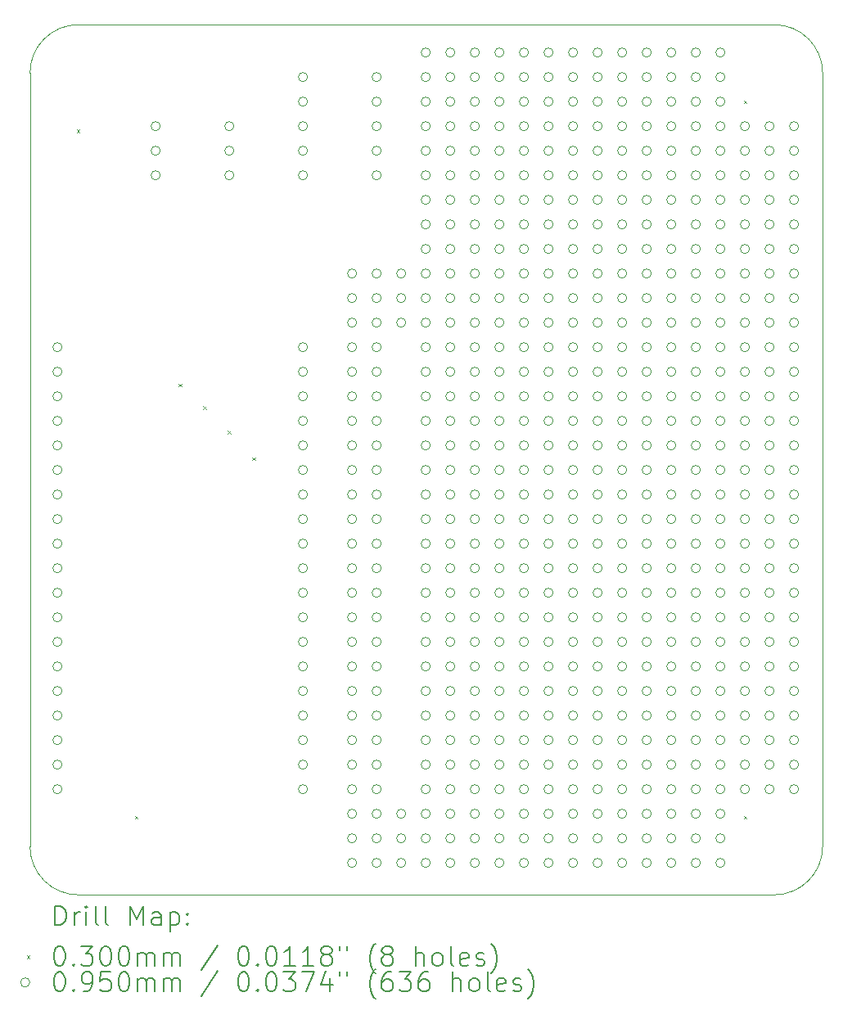
<source format=gbr>
%TF.GenerationSoftware,KiCad,Pcbnew,8.0.6-unknown-202410280735~4a7dcfdd1f~ubuntu22.04.1*%
%TF.CreationDate,2024-10-31T16:24:49+09:00*%
%TF.ProjectId,MG5-ESP32-Shield,4d47352d-4553-4503-9332-2d536869656c,rev?*%
%TF.SameCoordinates,Original*%
%TF.FileFunction,Drillmap*%
%TF.FilePolarity,Positive*%
%FSLAX45Y45*%
G04 Gerber Fmt 4.5, Leading zero omitted, Abs format (unit mm)*
G04 Created by KiCad (PCBNEW 8.0.6-unknown-202410280735~4a7dcfdd1f~ubuntu22.04.1) date 2024-10-31 16:24:49*
%MOMM*%
%LPD*%
G01*
G04 APERTURE LIST*
%ADD10C,0.050000*%
%ADD11C,0.200000*%
%ADD12C,0.100000*%
G04 APERTURE END LIST*
D10*
X11400000Y-13800000D02*
X11400000Y-5800000D01*
X11900000Y-14300000D02*
X19100000Y-14300000D01*
X19100000Y-5300000D02*
G75*
G02*
X19600000Y-5800000I0J-500000D01*
G01*
X19600000Y-13800000D02*
X19600000Y-5800000D01*
X11400000Y-5800000D02*
G75*
G02*
X11900000Y-5300000I500000J0D01*
G01*
X11900000Y-14300000D02*
G75*
G02*
X11400000Y-13800000I0J500000D01*
G01*
X19100000Y-5300000D02*
X11900000Y-5300000D01*
X19600000Y-13800000D02*
G75*
G02*
X19100000Y-14300000I-500000J0D01*
G01*
D11*
D12*
X11885000Y-6385000D02*
X11915000Y-6415000D01*
X11915000Y-6385000D02*
X11885000Y-6415000D01*
X12485000Y-13485000D02*
X12515000Y-13515000D01*
X12515000Y-13485000D02*
X12485000Y-13515000D01*
X12939000Y-9014000D02*
X12969000Y-9044000D01*
X12969000Y-9014000D02*
X12939000Y-9044000D01*
X13193000Y-9244000D02*
X13223000Y-9274000D01*
X13223000Y-9244000D02*
X13193000Y-9274000D01*
X13447000Y-9498000D02*
X13477000Y-9528000D01*
X13477000Y-9498000D02*
X13447000Y-9528000D01*
X13701000Y-9776000D02*
X13731000Y-9806000D01*
X13731000Y-9776000D02*
X13701000Y-9806000D01*
X18785000Y-6085000D02*
X18815000Y-6115000D01*
X18815000Y-6085000D02*
X18785000Y-6115000D01*
X18785000Y-13485000D02*
X18815000Y-13515000D01*
X18815000Y-13485000D02*
X18785000Y-13515000D01*
X11731500Y-8636000D02*
G75*
G02*
X11636500Y-8636000I-47500J0D01*
G01*
X11636500Y-8636000D02*
G75*
G02*
X11731500Y-8636000I47500J0D01*
G01*
X11731500Y-8890000D02*
G75*
G02*
X11636500Y-8890000I-47500J0D01*
G01*
X11636500Y-8890000D02*
G75*
G02*
X11731500Y-8890000I47500J0D01*
G01*
X11731500Y-9144000D02*
G75*
G02*
X11636500Y-9144000I-47500J0D01*
G01*
X11636500Y-9144000D02*
G75*
G02*
X11731500Y-9144000I47500J0D01*
G01*
X11731500Y-9398000D02*
G75*
G02*
X11636500Y-9398000I-47500J0D01*
G01*
X11636500Y-9398000D02*
G75*
G02*
X11731500Y-9398000I47500J0D01*
G01*
X11731500Y-9652000D02*
G75*
G02*
X11636500Y-9652000I-47500J0D01*
G01*
X11636500Y-9652000D02*
G75*
G02*
X11731500Y-9652000I47500J0D01*
G01*
X11731500Y-9906000D02*
G75*
G02*
X11636500Y-9906000I-47500J0D01*
G01*
X11636500Y-9906000D02*
G75*
G02*
X11731500Y-9906000I47500J0D01*
G01*
X11731500Y-10160000D02*
G75*
G02*
X11636500Y-10160000I-47500J0D01*
G01*
X11636500Y-10160000D02*
G75*
G02*
X11731500Y-10160000I47500J0D01*
G01*
X11731500Y-10414000D02*
G75*
G02*
X11636500Y-10414000I-47500J0D01*
G01*
X11636500Y-10414000D02*
G75*
G02*
X11731500Y-10414000I47500J0D01*
G01*
X11731500Y-10668000D02*
G75*
G02*
X11636500Y-10668000I-47500J0D01*
G01*
X11636500Y-10668000D02*
G75*
G02*
X11731500Y-10668000I47500J0D01*
G01*
X11731500Y-10922000D02*
G75*
G02*
X11636500Y-10922000I-47500J0D01*
G01*
X11636500Y-10922000D02*
G75*
G02*
X11731500Y-10922000I47500J0D01*
G01*
X11731500Y-11176000D02*
G75*
G02*
X11636500Y-11176000I-47500J0D01*
G01*
X11636500Y-11176000D02*
G75*
G02*
X11731500Y-11176000I47500J0D01*
G01*
X11731500Y-11430000D02*
G75*
G02*
X11636500Y-11430000I-47500J0D01*
G01*
X11636500Y-11430000D02*
G75*
G02*
X11731500Y-11430000I47500J0D01*
G01*
X11731500Y-11684000D02*
G75*
G02*
X11636500Y-11684000I-47500J0D01*
G01*
X11636500Y-11684000D02*
G75*
G02*
X11731500Y-11684000I47500J0D01*
G01*
X11731500Y-11938000D02*
G75*
G02*
X11636500Y-11938000I-47500J0D01*
G01*
X11636500Y-11938000D02*
G75*
G02*
X11731500Y-11938000I47500J0D01*
G01*
X11731500Y-12192000D02*
G75*
G02*
X11636500Y-12192000I-47500J0D01*
G01*
X11636500Y-12192000D02*
G75*
G02*
X11731500Y-12192000I47500J0D01*
G01*
X11731500Y-12446000D02*
G75*
G02*
X11636500Y-12446000I-47500J0D01*
G01*
X11636500Y-12446000D02*
G75*
G02*
X11731500Y-12446000I47500J0D01*
G01*
X11731500Y-12700000D02*
G75*
G02*
X11636500Y-12700000I-47500J0D01*
G01*
X11636500Y-12700000D02*
G75*
G02*
X11731500Y-12700000I47500J0D01*
G01*
X11731500Y-12954000D02*
G75*
G02*
X11636500Y-12954000I-47500J0D01*
G01*
X11636500Y-12954000D02*
G75*
G02*
X11731500Y-12954000I47500J0D01*
G01*
X11731500Y-13208000D02*
G75*
G02*
X11636500Y-13208000I-47500J0D01*
G01*
X11636500Y-13208000D02*
G75*
G02*
X11731500Y-13208000I47500J0D01*
G01*
X12747500Y-6350000D02*
G75*
G02*
X12652500Y-6350000I-47500J0D01*
G01*
X12652500Y-6350000D02*
G75*
G02*
X12747500Y-6350000I47500J0D01*
G01*
X12747500Y-6604000D02*
G75*
G02*
X12652500Y-6604000I-47500J0D01*
G01*
X12652500Y-6604000D02*
G75*
G02*
X12747500Y-6604000I47500J0D01*
G01*
X12747500Y-6858000D02*
G75*
G02*
X12652500Y-6858000I-47500J0D01*
G01*
X12652500Y-6858000D02*
G75*
G02*
X12747500Y-6858000I47500J0D01*
G01*
X13509500Y-6350000D02*
G75*
G02*
X13414500Y-6350000I-47500J0D01*
G01*
X13414500Y-6350000D02*
G75*
G02*
X13509500Y-6350000I47500J0D01*
G01*
X13509500Y-6604000D02*
G75*
G02*
X13414500Y-6604000I-47500J0D01*
G01*
X13414500Y-6604000D02*
G75*
G02*
X13509500Y-6604000I47500J0D01*
G01*
X13509500Y-6858000D02*
G75*
G02*
X13414500Y-6858000I-47500J0D01*
G01*
X13414500Y-6858000D02*
G75*
G02*
X13509500Y-6858000I47500J0D01*
G01*
X14271500Y-5842000D02*
G75*
G02*
X14176500Y-5842000I-47500J0D01*
G01*
X14176500Y-5842000D02*
G75*
G02*
X14271500Y-5842000I47500J0D01*
G01*
X14271500Y-6096000D02*
G75*
G02*
X14176500Y-6096000I-47500J0D01*
G01*
X14176500Y-6096000D02*
G75*
G02*
X14271500Y-6096000I47500J0D01*
G01*
X14271500Y-6350000D02*
G75*
G02*
X14176500Y-6350000I-47500J0D01*
G01*
X14176500Y-6350000D02*
G75*
G02*
X14271500Y-6350000I47500J0D01*
G01*
X14271500Y-6604000D02*
G75*
G02*
X14176500Y-6604000I-47500J0D01*
G01*
X14176500Y-6604000D02*
G75*
G02*
X14271500Y-6604000I47500J0D01*
G01*
X14271500Y-6858000D02*
G75*
G02*
X14176500Y-6858000I-47500J0D01*
G01*
X14176500Y-6858000D02*
G75*
G02*
X14271500Y-6858000I47500J0D01*
G01*
X14271500Y-8636000D02*
G75*
G02*
X14176500Y-8636000I-47500J0D01*
G01*
X14176500Y-8636000D02*
G75*
G02*
X14271500Y-8636000I47500J0D01*
G01*
X14271500Y-8890000D02*
G75*
G02*
X14176500Y-8890000I-47500J0D01*
G01*
X14176500Y-8890000D02*
G75*
G02*
X14271500Y-8890000I47500J0D01*
G01*
X14271500Y-9144000D02*
G75*
G02*
X14176500Y-9144000I-47500J0D01*
G01*
X14176500Y-9144000D02*
G75*
G02*
X14271500Y-9144000I47500J0D01*
G01*
X14271500Y-9398000D02*
G75*
G02*
X14176500Y-9398000I-47500J0D01*
G01*
X14176500Y-9398000D02*
G75*
G02*
X14271500Y-9398000I47500J0D01*
G01*
X14271500Y-9652000D02*
G75*
G02*
X14176500Y-9652000I-47500J0D01*
G01*
X14176500Y-9652000D02*
G75*
G02*
X14271500Y-9652000I47500J0D01*
G01*
X14271500Y-9906000D02*
G75*
G02*
X14176500Y-9906000I-47500J0D01*
G01*
X14176500Y-9906000D02*
G75*
G02*
X14271500Y-9906000I47500J0D01*
G01*
X14271500Y-10160000D02*
G75*
G02*
X14176500Y-10160000I-47500J0D01*
G01*
X14176500Y-10160000D02*
G75*
G02*
X14271500Y-10160000I47500J0D01*
G01*
X14271500Y-10414000D02*
G75*
G02*
X14176500Y-10414000I-47500J0D01*
G01*
X14176500Y-10414000D02*
G75*
G02*
X14271500Y-10414000I47500J0D01*
G01*
X14271500Y-10668000D02*
G75*
G02*
X14176500Y-10668000I-47500J0D01*
G01*
X14176500Y-10668000D02*
G75*
G02*
X14271500Y-10668000I47500J0D01*
G01*
X14271500Y-10922000D02*
G75*
G02*
X14176500Y-10922000I-47500J0D01*
G01*
X14176500Y-10922000D02*
G75*
G02*
X14271500Y-10922000I47500J0D01*
G01*
X14271500Y-11176000D02*
G75*
G02*
X14176500Y-11176000I-47500J0D01*
G01*
X14176500Y-11176000D02*
G75*
G02*
X14271500Y-11176000I47500J0D01*
G01*
X14271500Y-11430000D02*
G75*
G02*
X14176500Y-11430000I-47500J0D01*
G01*
X14176500Y-11430000D02*
G75*
G02*
X14271500Y-11430000I47500J0D01*
G01*
X14271500Y-11684000D02*
G75*
G02*
X14176500Y-11684000I-47500J0D01*
G01*
X14176500Y-11684000D02*
G75*
G02*
X14271500Y-11684000I47500J0D01*
G01*
X14271500Y-11938000D02*
G75*
G02*
X14176500Y-11938000I-47500J0D01*
G01*
X14176500Y-11938000D02*
G75*
G02*
X14271500Y-11938000I47500J0D01*
G01*
X14271500Y-12192000D02*
G75*
G02*
X14176500Y-12192000I-47500J0D01*
G01*
X14176500Y-12192000D02*
G75*
G02*
X14271500Y-12192000I47500J0D01*
G01*
X14271500Y-12446000D02*
G75*
G02*
X14176500Y-12446000I-47500J0D01*
G01*
X14176500Y-12446000D02*
G75*
G02*
X14271500Y-12446000I47500J0D01*
G01*
X14271500Y-12700000D02*
G75*
G02*
X14176500Y-12700000I-47500J0D01*
G01*
X14176500Y-12700000D02*
G75*
G02*
X14271500Y-12700000I47500J0D01*
G01*
X14271500Y-12954000D02*
G75*
G02*
X14176500Y-12954000I-47500J0D01*
G01*
X14176500Y-12954000D02*
G75*
G02*
X14271500Y-12954000I47500J0D01*
G01*
X14271500Y-13208000D02*
G75*
G02*
X14176500Y-13208000I-47500J0D01*
G01*
X14176500Y-13208000D02*
G75*
G02*
X14271500Y-13208000I47500J0D01*
G01*
X14779500Y-7874000D02*
G75*
G02*
X14684500Y-7874000I-47500J0D01*
G01*
X14684500Y-7874000D02*
G75*
G02*
X14779500Y-7874000I47500J0D01*
G01*
X14779500Y-8128000D02*
G75*
G02*
X14684500Y-8128000I-47500J0D01*
G01*
X14684500Y-8128000D02*
G75*
G02*
X14779500Y-8128000I47500J0D01*
G01*
X14779500Y-8382000D02*
G75*
G02*
X14684500Y-8382000I-47500J0D01*
G01*
X14684500Y-8382000D02*
G75*
G02*
X14779500Y-8382000I47500J0D01*
G01*
X14779500Y-8636000D02*
G75*
G02*
X14684500Y-8636000I-47500J0D01*
G01*
X14684500Y-8636000D02*
G75*
G02*
X14779500Y-8636000I47500J0D01*
G01*
X14779500Y-8890000D02*
G75*
G02*
X14684500Y-8890000I-47500J0D01*
G01*
X14684500Y-8890000D02*
G75*
G02*
X14779500Y-8890000I47500J0D01*
G01*
X14779500Y-9144000D02*
G75*
G02*
X14684500Y-9144000I-47500J0D01*
G01*
X14684500Y-9144000D02*
G75*
G02*
X14779500Y-9144000I47500J0D01*
G01*
X14779500Y-9398000D02*
G75*
G02*
X14684500Y-9398000I-47500J0D01*
G01*
X14684500Y-9398000D02*
G75*
G02*
X14779500Y-9398000I47500J0D01*
G01*
X14779500Y-9652000D02*
G75*
G02*
X14684500Y-9652000I-47500J0D01*
G01*
X14684500Y-9652000D02*
G75*
G02*
X14779500Y-9652000I47500J0D01*
G01*
X14779500Y-9906000D02*
G75*
G02*
X14684500Y-9906000I-47500J0D01*
G01*
X14684500Y-9906000D02*
G75*
G02*
X14779500Y-9906000I47500J0D01*
G01*
X14779500Y-10160000D02*
G75*
G02*
X14684500Y-10160000I-47500J0D01*
G01*
X14684500Y-10160000D02*
G75*
G02*
X14779500Y-10160000I47500J0D01*
G01*
X14779500Y-10414000D02*
G75*
G02*
X14684500Y-10414000I-47500J0D01*
G01*
X14684500Y-10414000D02*
G75*
G02*
X14779500Y-10414000I47500J0D01*
G01*
X14779500Y-10668000D02*
G75*
G02*
X14684500Y-10668000I-47500J0D01*
G01*
X14684500Y-10668000D02*
G75*
G02*
X14779500Y-10668000I47500J0D01*
G01*
X14779500Y-10922000D02*
G75*
G02*
X14684500Y-10922000I-47500J0D01*
G01*
X14684500Y-10922000D02*
G75*
G02*
X14779500Y-10922000I47500J0D01*
G01*
X14779500Y-11176000D02*
G75*
G02*
X14684500Y-11176000I-47500J0D01*
G01*
X14684500Y-11176000D02*
G75*
G02*
X14779500Y-11176000I47500J0D01*
G01*
X14779500Y-11430000D02*
G75*
G02*
X14684500Y-11430000I-47500J0D01*
G01*
X14684500Y-11430000D02*
G75*
G02*
X14779500Y-11430000I47500J0D01*
G01*
X14779500Y-11684000D02*
G75*
G02*
X14684500Y-11684000I-47500J0D01*
G01*
X14684500Y-11684000D02*
G75*
G02*
X14779500Y-11684000I47500J0D01*
G01*
X14779500Y-11938000D02*
G75*
G02*
X14684500Y-11938000I-47500J0D01*
G01*
X14684500Y-11938000D02*
G75*
G02*
X14779500Y-11938000I47500J0D01*
G01*
X14779500Y-12192000D02*
G75*
G02*
X14684500Y-12192000I-47500J0D01*
G01*
X14684500Y-12192000D02*
G75*
G02*
X14779500Y-12192000I47500J0D01*
G01*
X14779500Y-12446000D02*
G75*
G02*
X14684500Y-12446000I-47500J0D01*
G01*
X14684500Y-12446000D02*
G75*
G02*
X14779500Y-12446000I47500J0D01*
G01*
X14779500Y-12700000D02*
G75*
G02*
X14684500Y-12700000I-47500J0D01*
G01*
X14684500Y-12700000D02*
G75*
G02*
X14779500Y-12700000I47500J0D01*
G01*
X14779500Y-12954000D02*
G75*
G02*
X14684500Y-12954000I-47500J0D01*
G01*
X14684500Y-12954000D02*
G75*
G02*
X14779500Y-12954000I47500J0D01*
G01*
X14779500Y-13208000D02*
G75*
G02*
X14684500Y-13208000I-47500J0D01*
G01*
X14684500Y-13208000D02*
G75*
G02*
X14779500Y-13208000I47500J0D01*
G01*
X14779500Y-13462000D02*
G75*
G02*
X14684500Y-13462000I-47500J0D01*
G01*
X14684500Y-13462000D02*
G75*
G02*
X14779500Y-13462000I47500J0D01*
G01*
X14779500Y-13716000D02*
G75*
G02*
X14684500Y-13716000I-47500J0D01*
G01*
X14684500Y-13716000D02*
G75*
G02*
X14779500Y-13716000I47500J0D01*
G01*
X14779500Y-13970000D02*
G75*
G02*
X14684500Y-13970000I-47500J0D01*
G01*
X14684500Y-13970000D02*
G75*
G02*
X14779500Y-13970000I47500J0D01*
G01*
X15033500Y-5842000D02*
G75*
G02*
X14938500Y-5842000I-47500J0D01*
G01*
X14938500Y-5842000D02*
G75*
G02*
X15033500Y-5842000I47500J0D01*
G01*
X15033500Y-6096000D02*
G75*
G02*
X14938500Y-6096000I-47500J0D01*
G01*
X14938500Y-6096000D02*
G75*
G02*
X15033500Y-6096000I47500J0D01*
G01*
X15033500Y-6350000D02*
G75*
G02*
X14938500Y-6350000I-47500J0D01*
G01*
X14938500Y-6350000D02*
G75*
G02*
X15033500Y-6350000I47500J0D01*
G01*
X15033500Y-6604000D02*
G75*
G02*
X14938500Y-6604000I-47500J0D01*
G01*
X14938500Y-6604000D02*
G75*
G02*
X15033500Y-6604000I47500J0D01*
G01*
X15033500Y-6858000D02*
G75*
G02*
X14938500Y-6858000I-47500J0D01*
G01*
X14938500Y-6858000D02*
G75*
G02*
X15033500Y-6858000I47500J0D01*
G01*
X15033500Y-7874000D02*
G75*
G02*
X14938500Y-7874000I-47500J0D01*
G01*
X14938500Y-7874000D02*
G75*
G02*
X15033500Y-7874000I47500J0D01*
G01*
X15033500Y-8128000D02*
G75*
G02*
X14938500Y-8128000I-47500J0D01*
G01*
X14938500Y-8128000D02*
G75*
G02*
X15033500Y-8128000I47500J0D01*
G01*
X15033500Y-8382000D02*
G75*
G02*
X14938500Y-8382000I-47500J0D01*
G01*
X14938500Y-8382000D02*
G75*
G02*
X15033500Y-8382000I47500J0D01*
G01*
X15033500Y-8636000D02*
G75*
G02*
X14938500Y-8636000I-47500J0D01*
G01*
X14938500Y-8636000D02*
G75*
G02*
X15033500Y-8636000I47500J0D01*
G01*
X15033500Y-8890000D02*
G75*
G02*
X14938500Y-8890000I-47500J0D01*
G01*
X14938500Y-8890000D02*
G75*
G02*
X15033500Y-8890000I47500J0D01*
G01*
X15033500Y-9144000D02*
G75*
G02*
X14938500Y-9144000I-47500J0D01*
G01*
X14938500Y-9144000D02*
G75*
G02*
X15033500Y-9144000I47500J0D01*
G01*
X15033500Y-9398000D02*
G75*
G02*
X14938500Y-9398000I-47500J0D01*
G01*
X14938500Y-9398000D02*
G75*
G02*
X15033500Y-9398000I47500J0D01*
G01*
X15033500Y-9652000D02*
G75*
G02*
X14938500Y-9652000I-47500J0D01*
G01*
X14938500Y-9652000D02*
G75*
G02*
X15033500Y-9652000I47500J0D01*
G01*
X15033500Y-9906000D02*
G75*
G02*
X14938500Y-9906000I-47500J0D01*
G01*
X14938500Y-9906000D02*
G75*
G02*
X15033500Y-9906000I47500J0D01*
G01*
X15033500Y-10160000D02*
G75*
G02*
X14938500Y-10160000I-47500J0D01*
G01*
X14938500Y-10160000D02*
G75*
G02*
X15033500Y-10160000I47500J0D01*
G01*
X15033500Y-10414000D02*
G75*
G02*
X14938500Y-10414000I-47500J0D01*
G01*
X14938500Y-10414000D02*
G75*
G02*
X15033500Y-10414000I47500J0D01*
G01*
X15033500Y-10668000D02*
G75*
G02*
X14938500Y-10668000I-47500J0D01*
G01*
X14938500Y-10668000D02*
G75*
G02*
X15033500Y-10668000I47500J0D01*
G01*
X15033500Y-10922000D02*
G75*
G02*
X14938500Y-10922000I-47500J0D01*
G01*
X14938500Y-10922000D02*
G75*
G02*
X15033500Y-10922000I47500J0D01*
G01*
X15033500Y-11176000D02*
G75*
G02*
X14938500Y-11176000I-47500J0D01*
G01*
X14938500Y-11176000D02*
G75*
G02*
X15033500Y-11176000I47500J0D01*
G01*
X15033500Y-11430000D02*
G75*
G02*
X14938500Y-11430000I-47500J0D01*
G01*
X14938500Y-11430000D02*
G75*
G02*
X15033500Y-11430000I47500J0D01*
G01*
X15033500Y-11684000D02*
G75*
G02*
X14938500Y-11684000I-47500J0D01*
G01*
X14938500Y-11684000D02*
G75*
G02*
X15033500Y-11684000I47500J0D01*
G01*
X15033500Y-11938000D02*
G75*
G02*
X14938500Y-11938000I-47500J0D01*
G01*
X14938500Y-11938000D02*
G75*
G02*
X15033500Y-11938000I47500J0D01*
G01*
X15033500Y-12192000D02*
G75*
G02*
X14938500Y-12192000I-47500J0D01*
G01*
X14938500Y-12192000D02*
G75*
G02*
X15033500Y-12192000I47500J0D01*
G01*
X15033500Y-12446000D02*
G75*
G02*
X14938500Y-12446000I-47500J0D01*
G01*
X14938500Y-12446000D02*
G75*
G02*
X15033500Y-12446000I47500J0D01*
G01*
X15033500Y-12700000D02*
G75*
G02*
X14938500Y-12700000I-47500J0D01*
G01*
X14938500Y-12700000D02*
G75*
G02*
X15033500Y-12700000I47500J0D01*
G01*
X15033500Y-12954000D02*
G75*
G02*
X14938500Y-12954000I-47500J0D01*
G01*
X14938500Y-12954000D02*
G75*
G02*
X15033500Y-12954000I47500J0D01*
G01*
X15033500Y-13208000D02*
G75*
G02*
X14938500Y-13208000I-47500J0D01*
G01*
X14938500Y-13208000D02*
G75*
G02*
X15033500Y-13208000I47500J0D01*
G01*
X15033500Y-13462000D02*
G75*
G02*
X14938500Y-13462000I-47500J0D01*
G01*
X14938500Y-13462000D02*
G75*
G02*
X15033500Y-13462000I47500J0D01*
G01*
X15033500Y-13716000D02*
G75*
G02*
X14938500Y-13716000I-47500J0D01*
G01*
X14938500Y-13716000D02*
G75*
G02*
X15033500Y-13716000I47500J0D01*
G01*
X15033500Y-13970000D02*
G75*
G02*
X14938500Y-13970000I-47500J0D01*
G01*
X14938500Y-13970000D02*
G75*
G02*
X15033500Y-13970000I47500J0D01*
G01*
X15287500Y-7874000D02*
G75*
G02*
X15192500Y-7874000I-47500J0D01*
G01*
X15192500Y-7874000D02*
G75*
G02*
X15287500Y-7874000I47500J0D01*
G01*
X15287500Y-8128000D02*
G75*
G02*
X15192500Y-8128000I-47500J0D01*
G01*
X15192500Y-8128000D02*
G75*
G02*
X15287500Y-8128000I47500J0D01*
G01*
X15287500Y-8382000D02*
G75*
G02*
X15192500Y-8382000I-47500J0D01*
G01*
X15192500Y-8382000D02*
G75*
G02*
X15287500Y-8382000I47500J0D01*
G01*
X15287500Y-13462000D02*
G75*
G02*
X15192500Y-13462000I-47500J0D01*
G01*
X15192500Y-13462000D02*
G75*
G02*
X15287500Y-13462000I47500J0D01*
G01*
X15287500Y-13716000D02*
G75*
G02*
X15192500Y-13716000I-47500J0D01*
G01*
X15192500Y-13716000D02*
G75*
G02*
X15287500Y-13716000I47500J0D01*
G01*
X15287500Y-13970000D02*
G75*
G02*
X15192500Y-13970000I-47500J0D01*
G01*
X15192500Y-13970000D02*
G75*
G02*
X15287500Y-13970000I47500J0D01*
G01*
X15541500Y-5588000D02*
G75*
G02*
X15446500Y-5588000I-47500J0D01*
G01*
X15446500Y-5588000D02*
G75*
G02*
X15541500Y-5588000I47500J0D01*
G01*
X15541500Y-5842000D02*
G75*
G02*
X15446500Y-5842000I-47500J0D01*
G01*
X15446500Y-5842000D02*
G75*
G02*
X15541500Y-5842000I47500J0D01*
G01*
X15541500Y-6096000D02*
G75*
G02*
X15446500Y-6096000I-47500J0D01*
G01*
X15446500Y-6096000D02*
G75*
G02*
X15541500Y-6096000I47500J0D01*
G01*
X15541500Y-6350000D02*
G75*
G02*
X15446500Y-6350000I-47500J0D01*
G01*
X15446500Y-6350000D02*
G75*
G02*
X15541500Y-6350000I47500J0D01*
G01*
X15541500Y-6604000D02*
G75*
G02*
X15446500Y-6604000I-47500J0D01*
G01*
X15446500Y-6604000D02*
G75*
G02*
X15541500Y-6604000I47500J0D01*
G01*
X15541500Y-6858000D02*
G75*
G02*
X15446500Y-6858000I-47500J0D01*
G01*
X15446500Y-6858000D02*
G75*
G02*
X15541500Y-6858000I47500J0D01*
G01*
X15541500Y-7112000D02*
G75*
G02*
X15446500Y-7112000I-47500J0D01*
G01*
X15446500Y-7112000D02*
G75*
G02*
X15541500Y-7112000I47500J0D01*
G01*
X15541500Y-7366000D02*
G75*
G02*
X15446500Y-7366000I-47500J0D01*
G01*
X15446500Y-7366000D02*
G75*
G02*
X15541500Y-7366000I47500J0D01*
G01*
X15541500Y-7620000D02*
G75*
G02*
X15446500Y-7620000I-47500J0D01*
G01*
X15446500Y-7620000D02*
G75*
G02*
X15541500Y-7620000I47500J0D01*
G01*
X15541500Y-7874000D02*
G75*
G02*
X15446500Y-7874000I-47500J0D01*
G01*
X15446500Y-7874000D02*
G75*
G02*
X15541500Y-7874000I47500J0D01*
G01*
X15541500Y-8128000D02*
G75*
G02*
X15446500Y-8128000I-47500J0D01*
G01*
X15446500Y-8128000D02*
G75*
G02*
X15541500Y-8128000I47500J0D01*
G01*
X15541500Y-8382000D02*
G75*
G02*
X15446500Y-8382000I-47500J0D01*
G01*
X15446500Y-8382000D02*
G75*
G02*
X15541500Y-8382000I47500J0D01*
G01*
X15541500Y-8636000D02*
G75*
G02*
X15446500Y-8636000I-47500J0D01*
G01*
X15446500Y-8636000D02*
G75*
G02*
X15541500Y-8636000I47500J0D01*
G01*
X15541500Y-8890000D02*
G75*
G02*
X15446500Y-8890000I-47500J0D01*
G01*
X15446500Y-8890000D02*
G75*
G02*
X15541500Y-8890000I47500J0D01*
G01*
X15541500Y-9144000D02*
G75*
G02*
X15446500Y-9144000I-47500J0D01*
G01*
X15446500Y-9144000D02*
G75*
G02*
X15541500Y-9144000I47500J0D01*
G01*
X15541500Y-9398000D02*
G75*
G02*
X15446500Y-9398000I-47500J0D01*
G01*
X15446500Y-9398000D02*
G75*
G02*
X15541500Y-9398000I47500J0D01*
G01*
X15541500Y-9652000D02*
G75*
G02*
X15446500Y-9652000I-47500J0D01*
G01*
X15446500Y-9652000D02*
G75*
G02*
X15541500Y-9652000I47500J0D01*
G01*
X15541500Y-9906000D02*
G75*
G02*
X15446500Y-9906000I-47500J0D01*
G01*
X15446500Y-9906000D02*
G75*
G02*
X15541500Y-9906000I47500J0D01*
G01*
X15541500Y-10160000D02*
G75*
G02*
X15446500Y-10160000I-47500J0D01*
G01*
X15446500Y-10160000D02*
G75*
G02*
X15541500Y-10160000I47500J0D01*
G01*
X15541500Y-10414000D02*
G75*
G02*
X15446500Y-10414000I-47500J0D01*
G01*
X15446500Y-10414000D02*
G75*
G02*
X15541500Y-10414000I47500J0D01*
G01*
X15541500Y-10668000D02*
G75*
G02*
X15446500Y-10668000I-47500J0D01*
G01*
X15446500Y-10668000D02*
G75*
G02*
X15541500Y-10668000I47500J0D01*
G01*
X15541500Y-10922000D02*
G75*
G02*
X15446500Y-10922000I-47500J0D01*
G01*
X15446500Y-10922000D02*
G75*
G02*
X15541500Y-10922000I47500J0D01*
G01*
X15541500Y-11176000D02*
G75*
G02*
X15446500Y-11176000I-47500J0D01*
G01*
X15446500Y-11176000D02*
G75*
G02*
X15541500Y-11176000I47500J0D01*
G01*
X15541500Y-11430000D02*
G75*
G02*
X15446500Y-11430000I-47500J0D01*
G01*
X15446500Y-11430000D02*
G75*
G02*
X15541500Y-11430000I47500J0D01*
G01*
X15541500Y-11684000D02*
G75*
G02*
X15446500Y-11684000I-47500J0D01*
G01*
X15446500Y-11684000D02*
G75*
G02*
X15541500Y-11684000I47500J0D01*
G01*
X15541500Y-11938000D02*
G75*
G02*
X15446500Y-11938000I-47500J0D01*
G01*
X15446500Y-11938000D02*
G75*
G02*
X15541500Y-11938000I47500J0D01*
G01*
X15541500Y-12192000D02*
G75*
G02*
X15446500Y-12192000I-47500J0D01*
G01*
X15446500Y-12192000D02*
G75*
G02*
X15541500Y-12192000I47500J0D01*
G01*
X15541500Y-12446000D02*
G75*
G02*
X15446500Y-12446000I-47500J0D01*
G01*
X15446500Y-12446000D02*
G75*
G02*
X15541500Y-12446000I47500J0D01*
G01*
X15541500Y-12700000D02*
G75*
G02*
X15446500Y-12700000I-47500J0D01*
G01*
X15446500Y-12700000D02*
G75*
G02*
X15541500Y-12700000I47500J0D01*
G01*
X15541500Y-12954000D02*
G75*
G02*
X15446500Y-12954000I-47500J0D01*
G01*
X15446500Y-12954000D02*
G75*
G02*
X15541500Y-12954000I47500J0D01*
G01*
X15541500Y-13208000D02*
G75*
G02*
X15446500Y-13208000I-47500J0D01*
G01*
X15446500Y-13208000D02*
G75*
G02*
X15541500Y-13208000I47500J0D01*
G01*
X15541500Y-13462000D02*
G75*
G02*
X15446500Y-13462000I-47500J0D01*
G01*
X15446500Y-13462000D02*
G75*
G02*
X15541500Y-13462000I47500J0D01*
G01*
X15541500Y-13716000D02*
G75*
G02*
X15446500Y-13716000I-47500J0D01*
G01*
X15446500Y-13716000D02*
G75*
G02*
X15541500Y-13716000I47500J0D01*
G01*
X15541500Y-13970000D02*
G75*
G02*
X15446500Y-13970000I-47500J0D01*
G01*
X15446500Y-13970000D02*
G75*
G02*
X15541500Y-13970000I47500J0D01*
G01*
X15795500Y-5588000D02*
G75*
G02*
X15700500Y-5588000I-47500J0D01*
G01*
X15700500Y-5588000D02*
G75*
G02*
X15795500Y-5588000I47500J0D01*
G01*
X15795500Y-5842000D02*
G75*
G02*
X15700500Y-5842000I-47500J0D01*
G01*
X15700500Y-5842000D02*
G75*
G02*
X15795500Y-5842000I47500J0D01*
G01*
X15795500Y-6096000D02*
G75*
G02*
X15700500Y-6096000I-47500J0D01*
G01*
X15700500Y-6096000D02*
G75*
G02*
X15795500Y-6096000I47500J0D01*
G01*
X15795500Y-6350000D02*
G75*
G02*
X15700500Y-6350000I-47500J0D01*
G01*
X15700500Y-6350000D02*
G75*
G02*
X15795500Y-6350000I47500J0D01*
G01*
X15795500Y-6604000D02*
G75*
G02*
X15700500Y-6604000I-47500J0D01*
G01*
X15700500Y-6604000D02*
G75*
G02*
X15795500Y-6604000I47500J0D01*
G01*
X15795500Y-6858000D02*
G75*
G02*
X15700500Y-6858000I-47500J0D01*
G01*
X15700500Y-6858000D02*
G75*
G02*
X15795500Y-6858000I47500J0D01*
G01*
X15795500Y-7112000D02*
G75*
G02*
X15700500Y-7112000I-47500J0D01*
G01*
X15700500Y-7112000D02*
G75*
G02*
X15795500Y-7112000I47500J0D01*
G01*
X15795500Y-7366000D02*
G75*
G02*
X15700500Y-7366000I-47500J0D01*
G01*
X15700500Y-7366000D02*
G75*
G02*
X15795500Y-7366000I47500J0D01*
G01*
X15795500Y-7620000D02*
G75*
G02*
X15700500Y-7620000I-47500J0D01*
G01*
X15700500Y-7620000D02*
G75*
G02*
X15795500Y-7620000I47500J0D01*
G01*
X15795500Y-7874000D02*
G75*
G02*
X15700500Y-7874000I-47500J0D01*
G01*
X15700500Y-7874000D02*
G75*
G02*
X15795500Y-7874000I47500J0D01*
G01*
X15795500Y-8128000D02*
G75*
G02*
X15700500Y-8128000I-47500J0D01*
G01*
X15700500Y-8128000D02*
G75*
G02*
X15795500Y-8128000I47500J0D01*
G01*
X15795500Y-8382000D02*
G75*
G02*
X15700500Y-8382000I-47500J0D01*
G01*
X15700500Y-8382000D02*
G75*
G02*
X15795500Y-8382000I47500J0D01*
G01*
X15795500Y-8636000D02*
G75*
G02*
X15700500Y-8636000I-47500J0D01*
G01*
X15700500Y-8636000D02*
G75*
G02*
X15795500Y-8636000I47500J0D01*
G01*
X15795500Y-8890000D02*
G75*
G02*
X15700500Y-8890000I-47500J0D01*
G01*
X15700500Y-8890000D02*
G75*
G02*
X15795500Y-8890000I47500J0D01*
G01*
X15795500Y-9144000D02*
G75*
G02*
X15700500Y-9144000I-47500J0D01*
G01*
X15700500Y-9144000D02*
G75*
G02*
X15795500Y-9144000I47500J0D01*
G01*
X15795500Y-9398000D02*
G75*
G02*
X15700500Y-9398000I-47500J0D01*
G01*
X15700500Y-9398000D02*
G75*
G02*
X15795500Y-9398000I47500J0D01*
G01*
X15795500Y-9652000D02*
G75*
G02*
X15700500Y-9652000I-47500J0D01*
G01*
X15700500Y-9652000D02*
G75*
G02*
X15795500Y-9652000I47500J0D01*
G01*
X15795500Y-9906000D02*
G75*
G02*
X15700500Y-9906000I-47500J0D01*
G01*
X15700500Y-9906000D02*
G75*
G02*
X15795500Y-9906000I47500J0D01*
G01*
X15795500Y-10160000D02*
G75*
G02*
X15700500Y-10160000I-47500J0D01*
G01*
X15700500Y-10160000D02*
G75*
G02*
X15795500Y-10160000I47500J0D01*
G01*
X15795500Y-10414000D02*
G75*
G02*
X15700500Y-10414000I-47500J0D01*
G01*
X15700500Y-10414000D02*
G75*
G02*
X15795500Y-10414000I47500J0D01*
G01*
X15795500Y-10668000D02*
G75*
G02*
X15700500Y-10668000I-47500J0D01*
G01*
X15700500Y-10668000D02*
G75*
G02*
X15795500Y-10668000I47500J0D01*
G01*
X15795500Y-10922000D02*
G75*
G02*
X15700500Y-10922000I-47500J0D01*
G01*
X15700500Y-10922000D02*
G75*
G02*
X15795500Y-10922000I47500J0D01*
G01*
X15795500Y-11176000D02*
G75*
G02*
X15700500Y-11176000I-47500J0D01*
G01*
X15700500Y-11176000D02*
G75*
G02*
X15795500Y-11176000I47500J0D01*
G01*
X15795500Y-11430000D02*
G75*
G02*
X15700500Y-11430000I-47500J0D01*
G01*
X15700500Y-11430000D02*
G75*
G02*
X15795500Y-11430000I47500J0D01*
G01*
X15795500Y-11684000D02*
G75*
G02*
X15700500Y-11684000I-47500J0D01*
G01*
X15700500Y-11684000D02*
G75*
G02*
X15795500Y-11684000I47500J0D01*
G01*
X15795500Y-11938000D02*
G75*
G02*
X15700500Y-11938000I-47500J0D01*
G01*
X15700500Y-11938000D02*
G75*
G02*
X15795500Y-11938000I47500J0D01*
G01*
X15795500Y-12192000D02*
G75*
G02*
X15700500Y-12192000I-47500J0D01*
G01*
X15700500Y-12192000D02*
G75*
G02*
X15795500Y-12192000I47500J0D01*
G01*
X15795500Y-12446000D02*
G75*
G02*
X15700500Y-12446000I-47500J0D01*
G01*
X15700500Y-12446000D02*
G75*
G02*
X15795500Y-12446000I47500J0D01*
G01*
X15795500Y-12700000D02*
G75*
G02*
X15700500Y-12700000I-47500J0D01*
G01*
X15700500Y-12700000D02*
G75*
G02*
X15795500Y-12700000I47500J0D01*
G01*
X15795500Y-12954000D02*
G75*
G02*
X15700500Y-12954000I-47500J0D01*
G01*
X15700500Y-12954000D02*
G75*
G02*
X15795500Y-12954000I47500J0D01*
G01*
X15795500Y-13208000D02*
G75*
G02*
X15700500Y-13208000I-47500J0D01*
G01*
X15700500Y-13208000D02*
G75*
G02*
X15795500Y-13208000I47500J0D01*
G01*
X15795500Y-13462000D02*
G75*
G02*
X15700500Y-13462000I-47500J0D01*
G01*
X15700500Y-13462000D02*
G75*
G02*
X15795500Y-13462000I47500J0D01*
G01*
X15795500Y-13716000D02*
G75*
G02*
X15700500Y-13716000I-47500J0D01*
G01*
X15700500Y-13716000D02*
G75*
G02*
X15795500Y-13716000I47500J0D01*
G01*
X15795500Y-13970000D02*
G75*
G02*
X15700500Y-13970000I-47500J0D01*
G01*
X15700500Y-13970000D02*
G75*
G02*
X15795500Y-13970000I47500J0D01*
G01*
X16049500Y-5588000D02*
G75*
G02*
X15954500Y-5588000I-47500J0D01*
G01*
X15954500Y-5588000D02*
G75*
G02*
X16049500Y-5588000I47500J0D01*
G01*
X16049500Y-5842000D02*
G75*
G02*
X15954500Y-5842000I-47500J0D01*
G01*
X15954500Y-5842000D02*
G75*
G02*
X16049500Y-5842000I47500J0D01*
G01*
X16049500Y-6096000D02*
G75*
G02*
X15954500Y-6096000I-47500J0D01*
G01*
X15954500Y-6096000D02*
G75*
G02*
X16049500Y-6096000I47500J0D01*
G01*
X16049500Y-6350000D02*
G75*
G02*
X15954500Y-6350000I-47500J0D01*
G01*
X15954500Y-6350000D02*
G75*
G02*
X16049500Y-6350000I47500J0D01*
G01*
X16049500Y-6604000D02*
G75*
G02*
X15954500Y-6604000I-47500J0D01*
G01*
X15954500Y-6604000D02*
G75*
G02*
X16049500Y-6604000I47500J0D01*
G01*
X16049500Y-6858000D02*
G75*
G02*
X15954500Y-6858000I-47500J0D01*
G01*
X15954500Y-6858000D02*
G75*
G02*
X16049500Y-6858000I47500J0D01*
G01*
X16049500Y-7112000D02*
G75*
G02*
X15954500Y-7112000I-47500J0D01*
G01*
X15954500Y-7112000D02*
G75*
G02*
X16049500Y-7112000I47500J0D01*
G01*
X16049500Y-7366000D02*
G75*
G02*
X15954500Y-7366000I-47500J0D01*
G01*
X15954500Y-7366000D02*
G75*
G02*
X16049500Y-7366000I47500J0D01*
G01*
X16049500Y-7620000D02*
G75*
G02*
X15954500Y-7620000I-47500J0D01*
G01*
X15954500Y-7620000D02*
G75*
G02*
X16049500Y-7620000I47500J0D01*
G01*
X16049500Y-7874000D02*
G75*
G02*
X15954500Y-7874000I-47500J0D01*
G01*
X15954500Y-7874000D02*
G75*
G02*
X16049500Y-7874000I47500J0D01*
G01*
X16049500Y-8128000D02*
G75*
G02*
X15954500Y-8128000I-47500J0D01*
G01*
X15954500Y-8128000D02*
G75*
G02*
X16049500Y-8128000I47500J0D01*
G01*
X16049500Y-8382000D02*
G75*
G02*
X15954500Y-8382000I-47500J0D01*
G01*
X15954500Y-8382000D02*
G75*
G02*
X16049500Y-8382000I47500J0D01*
G01*
X16049500Y-8636000D02*
G75*
G02*
X15954500Y-8636000I-47500J0D01*
G01*
X15954500Y-8636000D02*
G75*
G02*
X16049500Y-8636000I47500J0D01*
G01*
X16049500Y-8890000D02*
G75*
G02*
X15954500Y-8890000I-47500J0D01*
G01*
X15954500Y-8890000D02*
G75*
G02*
X16049500Y-8890000I47500J0D01*
G01*
X16049500Y-9144000D02*
G75*
G02*
X15954500Y-9144000I-47500J0D01*
G01*
X15954500Y-9144000D02*
G75*
G02*
X16049500Y-9144000I47500J0D01*
G01*
X16049500Y-9398000D02*
G75*
G02*
X15954500Y-9398000I-47500J0D01*
G01*
X15954500Y-9398000D02*
G75*
G02*
X16049500Y-9398000I47500J0D01*
G01*
X16049500Y-9652000D02*
G75*
G02*
X15954500Y-9652000I-47500J0D01*
G01*
X15954500Y-9652000D02*
G75*
G02*
X16049500Y-9652000I47500J0D01*
G01*
X16049500Y-9906000D02*
G75*
G02*
X15954500Y-9906000I-47500J0D01*
G01*
X15954500Y-9906000D02*
G75*
G02*
X16049500Y-9906000I47500J0D01*
G01*
X16049500Y-10160000D02*
G75*
G02*
X15954500Y-10160000I-47500J0D01*
G01*
X15954500Y-10160000D02*
G75*
G02*
X16049500Y-10160000I47500J0D01*
G01*
X16049500Y-10414000D02*
G75*
G02*
X15954500Y-10414000I-47500J0D01*
G01*
X15954500Y-10414000D02*
G75*
G02*
X16049500Y-10414000I47500J0D01*
G01*
X16049500Y-10668000D02*
G75*
G02*
X15954500Y-10668000I-47500J0D01*
G01*
X15954500Y-10668000D02*
G75*
G02*
X16049500Y-10668000I47500J0D01*
G01*
X16049500Y-10922000D02*
G75*
G02*
X15954500Y-10922000I-47500J0D01*
G01*
X15954500Y-10922000D02*
G75*
G02*
X16049500Y-10922000I47500J0D01*
G01*
X16049500Y-11176000D02*
G75*
G02*
X15954500Y-11176000I-47500J0D01*
G01*
X15954500Y-11176000D02*
G75*
G02*
X16049500Y-11176000I47500J0D01*
G01*
X16049500Y-11430000D02*
G75*
G02*
X15954500Y-11430000I-47500J0D01*
G01*
X15954500Y-11430000D02*
G75*
G02*
X16049500Y-11430000I47500J0D01*
G01*
X16049500Y-11684000D02*
G75*
G02*
X15954500Y-11684000I-47500J0D01*
G01*
X15954500Y-11684000D02*
G75*
G02*
X16049500Y-11684000I47500J0D01*
G01*
X16049500Y-11938000D02*
G75*
G02*
X15954500Y-11938000I-47500J0D01*
G01*
X15954500Y-11938000D02*
G75*
G02*
X16049500Y-11938000I47500J0D01*
G01*
X16049500Y-12192000D02*
G75*
G02*
X15954500Y-12192000I-47500J0D01*
G01*
X15954500Y-12192000D02*
G75*
G02*
X16049500Y-12192000I47500J0D01*
G01*
X16049500Y-12446000D02*
G75*
G02*
X15954500Y-12446000I-47500J0D01*
G01*
X15954500Y-12446000D02*
G75*
G02*
X16049500Y-12446000I47500J0D01*
G01*
X16049500Y-12700000D02*
G75*
G02*
X15954500Y-12700000I-47500J0D01*
G01*
X15954500Y-12700000D02*
G75*
G02*
X16049500Y-12700000I47500J0D01*
G01*
X16049500Y-12954000D02*
G75*
G02*
X15954500Y-12954000I-47500J0D01*
G01*
X15954500Y-12954000D02*
G75*
G02*
X16049500Y-12954000I47500J0D01*
G01*
X16049500Y-13208000D02*
G75*
G02*
X15954500Y-13208000I-47500J0D01*
G01*
X15954500Y-13208000D02*
G75*
G02*
X16049500Y-13208000I47500J0D01*
G01*
X16049500Y-13462000D02*
G75*
G02*
X15954500Y-13462000I-47500J0D01*
G01*
X15954500Y-13462000D02*
G75*
G02*
X16049500Y-13462000I47500J0D01*
G01*
X16049500Y-13716000D02*
G75*
G02*
X15954500Y-13716000I-47500J0D01*
G01*
X15954500Y-13716000D02*
G75*
G02*
X16049500Y-13716000I47500J0D01*
G01*
X16049500Y-13970000D02*
G75*
G02*
X15954500Y-13970000I-47500J0D01*
G01*
X15954500Y-13970000D02*
G75*
G02*
X16049500Y-13970000I47500J0D01*
G01*
X16303500Y-5588000D02*
G75*
G02*
X16208500Y-5588000I-47500J0D01*
G01*
X16208500Y-5588000D02*
G75*
G02*
X16303500Y-5588000I47500J0D01*
G01*
X16303500Y-5842000D02*
G75*
G02*
X16208500Y-5842000I-47500J0D01*
G01*
X16208500Y-5842000D02*
G75*
G02*
X16303500Y-5842000I47500J0D01*
G01*
X16303500Y-6096000D02*
G75*
G02*
X16208500Y-6096000I-47500J0D01*
G01*
X16208500Y-6096000D02*
G75*
G02*
X16303500Y-6096000I47500J0D01*
G01*
X16303500Y-6350000D02*
G75*
G02*
X16208500Y-6350000I-47500J0D01*
G01*
X16208500Y-6350000D02*
G75*
G02*
X16303500Y-6350000I47500J0D01*
G01*
X16303500Y-6604000D02*
G75*
G02*
X16208500Y-6604000I-47500J0D01*
G01*
X16208500Y-6604000D02*
G75*
G02*
X16303500Y-6604000I47500J0D01*
G01*
X16303500Y-6858000D02*
G75*
G02*
X16208500Y-6858000I-47500J0D01*
G01*
X16208500Y-6858000D02*
G75*
G02*
X16303500Y-6858000I47500J0D01*
G01*
X16303500Y-7112000D02*
G75*
G02*
X16208500Y-7112000I-47500J0D01*
G01*
X16208500Y-7112000D02*
G75*
G02*
X16303500Y-7112000I47500J0D01*
G01*
X16303500Y-7366000D02*
G75*
G02*
X16208500Y-7366000I-47500J0D01*
G01*
X16208500Y-7366000D02*
G75*
G02*
X16303500Y-7366000I47500J0D01*
G01*
X16303500Y-7620000D02*
G75*
G02*
X16208500Y-7620000I-47500J0D01*
G01*
X16208500Y-7620000D02*
G75*
G02*
X16303500Y-7620000I47500J0D01*
G01*
X16303500Y-7874000D02*
G75*
G02*
X16208500Y-7874000I-47500J0D01*
G01*
X16208500Y-7874000D02*
G75*
G02*
X16303500Y-7874000I47500J0D01*
G01*
X16303500Y-8128000D02*
G75*
G02*
X16208500Y-8128000I-47500J0D01*
G01*
X16208500Y-8128000D02*
G75*
G02*
X16303500Y-8128000I47500J0D01*
G01*
X16303500Y-8382000D02*
G75*
G02*
X16208500Y-8382000I-47500J0D01*
G01*
X16208500Y-8382000D02*
G75*
G02*
X16303500Y-8382000I47500J0D01*
G01*
X16303500Y-8636000D02*
G75*
G02*
X16208500Y-8636000I-47500J0D01*
G01*
X16208500Y-8636000D02*
G75*
G02*
X16303500Y-8636000I47500J0D01*
G01*
X16303500Y-8890000D02*
G75*
G02*
X16208500Y-8890000I-47500J0D01*
G01*
X16208500Y-8890000D02*
G75*
G02*
X16303500Y-8890000I47500J0D01*
G01*
X16303500Y-9144000D02*
G75*
G02*
X16208500Y-9144000I-47500J0D01*
G01*
X16208500Y-9144000D02*
G75*
G02*
X16303500Y-9144000I47500J0D01*
G01*
X16303500Y-9398000D02*
G75*
G02*
X16208500Y-9398000I-47500J0D01*
G01*
X16208500Y-9398000D02*
G75*
G02*
X16303500Y-9398000I47500J0D01*
G01*
X16303500Y-9652000D02*
G75*
G02*
X16208500Y-9652000I-47500J0D01*
G01*
X16208500Y-9652000D02*
G75*
G02*
X16303500Y-9652000I47500J0D01*
G01*
X16303500Y-9906000D02*
G75*
G02*
X16208500Y-9906000I-47500J0D01*
G01*
X16208500Y-9906000D02*
G75*
G02*
X16303500Y-9906000I47500J0D01*
G01*
X16303500Y-10160000D02*
G75*
G02*
X16208500Y-10160000I-47500J0D01*
G01*
X16208500Y-10160000D02*
G75*
G02*
X16303500Y-10160000I47500J0D01*
G01*
X16303500Y-10414000D02*
G75*
G02*
X16208500Y-10414000I-47500J0D01*
G01*
X16208500Y-10414000D02*
G75*
G02*
X16303500Y-10414000I47500J0D01*
G01*
X16303500Y-10668000D02*
G75*
G02*
X16208500Y-10668000I-47500J0D01*
G01*
X16208500Y-10668000D02*
G75*
G02*
X16303500Y-10668000I47500J0D01*
G01*
X16303500Y-10922000D02*
G75*
G02*
X16208500Y-10922000I-47500J0D01*
G01*
X16208500Y-10922000D02*
G75*
G02*
X16303500Y-10922000I47500J0D01*
G01*
X16303500Y-11176000D02*
G75*
G02*
X16208500Y-11176000I-47500J0D01*
G01*
X16208500Y-11176000D02*
G75*
G02*
X16303500Y-11176000I47500J0D01*
G01*
X16303500Y-11430000D02*
G75*
G02*
X16208500Y-11430000I-47500J0D01*
G01*
X16208500Y-11430000D02*
G75*
G02*
X16303500Y-11430000I47500J0D01*
G01*
X16303500Y-11684000D02*
G75*
G02*
X16208500Y-11684000I-47500J0D01*
G01*
X16208500Y-11684000D02*
G75*
G02*
X16303500Y-11684000I47500J0D01*
G01*
X16303500Y-11938000D02*
G75*
G02*
X16208500Y-11938000I-47500J0D01*
G01*
X16208500Y-11938000D02*
G75*
G02*
X16303500Y-11938000I47500J0D01*
G01*
X16303500Y-12192000D02*
G75*
G02*
X16208500Y-12192000I-47500J0D01*
G01*
X16208500Y-12192000D02*
G75*
G02*
X16303500Y-12192000I47500J0D01*
G01*
X16303500Y-12446000D02*
G75*
G02*
X16208500Y-12446000I-47500J0D01*
G01*
X16208500Y-12446000D02*
G75*
G02*
X16303500Y-12446000I47500J0D01*
G01*
X16303500Y-12700000D02*
G75*
G02*
X16208500Y-12700000I-47500J0D01*
G01*
X16208500Y-12700000D02*
G75*
G02*
X16303500Y-12700000I47500J0D01*
G01*
X16303500Y-12954000D02*
G75*
G02*
X16208500Y-12954000I-47500J0D01*
G01*
X16208500Y-12954000D02*
G75*
G02*
X16303500Y-12954000I47500J0D01*
G01*
X16303500Y-13208000D02*
G75*
G02*
X16208500Y-13208000I-47500J0D01*
G01*
X16208500Y-13208000D02*
G75*
G02*
X16303500Y-13208000I47500J0D01*
G01*
X16303500Y-13462000D02*
G75*
G02*
X16208500Y-13462000I-47500J0D01*
G01*
X16208500Y-13462000D02*
G75*
G02*
X16303500Y-13462000I47500J0D01*
G01*
X16303500Y-13716000D02*
G75*
G02*
X16208500Y-13716000I-47500J0D01*
G01*
X16208500Y-13716000D02*
G75*
G02*
X16303500Y-13716000I47500J0D01*
G01*
X16303500Y-13970000D02*
G75*
G02*
X16208500Y-13970000I-47500J0D01*
G01*
X16208500Y-13970000D02*
G75*
G02*
X16303500Y-13970000I47500J0D01*
G01*
X16557500Y-5588000D02*
G75*
G02*
X16462500Y-5588000I-47500J0D01*
G01*
X16462500Y-5588000D02*
G75*
G02*
X16557500Y-5588000I47500J0D01*
G01*
X16557500Y-5842000D02*
G75*
G02*
X16462500Y-5842000I-47500J0D01*
G01*
X16462500Y-5842000D02*
G75*
G02*
X16557500Y-5842000I47500J0D01*
G01*
X16557500Y-6096000D02*
G75*
G02*
X16462500Y-6096000I-47500J0D01*
G01*
X16462500Y-6096000D02*
G75*
G02*
X16557500Y-6096000I47500J0D01*
G01*
X16557500Y-6350000D02*
G75*
G02*
X16462500Y-6350000I-47500J0D01*
G01*
X16462500Y-6350000D02*
G75*
G02*
X16557500Y-6350000I47500J0D01*
G01*
X16557500Y-6604000D02*
G75*
G02*
X16462500Y-6604000I-47500J0D01*
G01*
X16462500Y-6604000D02*
G75*
G02*
X16557500Y-6604000I47500J0D01*
G01*
X16557500Y-6858000D02*
G75*
G02*
X16462500Y-6858000I-47500J0D01*
G01*
X16462500Y-6858000D02*
G75*
G02*
X16557500Y-6858000I47500J0D01*
G01*
X16557500Y-7112000D02*
G75*
G02*
X16462500Y-7112000I-47500J0D01*
G01*
X16462500Y-7112000D02*
G75*
G02*
X16557500Y-7112000I47500J0D01*
G01*
X16557500Y-7366000D02*
G75*
G02*
X16462500Y-7366000I-47500J0D01*
G01*
X16462500Y-7366000D02*
G75*
G02*
X16557500Y-7366000I47500J0D01*
G01*
X16557500Y-7620000D02*
G75*
G02*
X16462500Y-7620000I-47500J0D01*
G01*
X16462500Y-7620000D02*
G75*
G02*
X16557500Y-7620000I47500J0D01*
G01*
X16557500Y-7874000D02*
G75*
G02*
X16462500Y-7874000I-47500J0D01*
G01*
X16462500Y-7874000D02*
G75*
G02*
X16557500Y-7874000I47500J0D01*
G01*
X16557500Y-8128000D02*
G75*
G02*
X16462500Y-8128000I-47500J0D01*
G01*
X16462500Y-8128000D02*
G75*
G02*
X16557500Y-8128000I47500J0D01*
G01*
X16557500Y-8382000D02*
G75*
G02*
X16462500Y-8382000I-47500J0D01*
G01*
X16462500Y-8382000D02*
G75*
G02*
X16557500Y-8382000I47500J0D01*
G01*
X16557500Y-8636000D02*
G75*
G02*
X16462500Y-8636000I-47500J0D01*
G01*
X16462500Y-8636000D02*
G75*
G02*
X16557500Y-8636000I47500J0D01*
G01*
X16557500Y-8890000D02*
G75*
G02*
X16462500Y-8890000I-47500J0D01*
G01*
X16462500Y-8890000D02*
G75*
G02*
X16557500Y-8890000I47500J0D01*
G01*
X16557500Y-9144000D02*
G75*
G02*
X16462500Y-9144000I-47500J0D01*
G01*
X16462500Y-9144000D02*
G75*
G02*
X16557500Y-9144000I47500J0D01*
G01*
X16557500Y-9398000D02*
G75*
G02*
X16462500Y-9398000I-47500J0D01*
G01*
X16462500Y-9398000D02*
G75*
G02*
X16557500Y-9398000I47500J0D01*
G01*
X16557500Y-9652000D02*
G75*
G02*
X16462500Y-9652000I-47500J0D01*
G01*
X16462500Y-9652000D02*
G75*
G02*
X16557500Y-9652000I47500J0D01*
G01*
X16557500Y-9906000D02*
G75*
G02*
X16462500Y-9906000I-47500J0D01*
G01*
X16462500Y-9906000D02*
G75*
G02*
X16557500Y-9906000I47500J0D01*
G01*
X16557500Y-10160000D02*
G75*
G02*
X16462500Y-10160000I-47500J0D01*
G01*
X16462500Y-10160000D02*
G75*
G02*
X16557500Y-10160000I47500J0D01*
G01*
X16557500Y-10414000D02*
G75*
G02*
X16462500Y-10414000I-47500J0D01*
G01*
X16462500Y-10414000D02*
G75*
G02*
X16557500Y-10414000I47500J0D01*
G01*
X16557500Y-10668000D02*
G75*
G02*
X16462500Y-10668000I-47500J0D01*
G01*
X16462500Y-10668000D02*
G75*
G02*
X16557500Y-10668000I47500J0D01*
G01*
X16557500Y-10922000D02*
G75*
G02*
X16462500Y-10922000I-47500J0D01*
G01*
X16462500Y-10922000D02*
G75*
G02*
X16557500Y-10922000I47500J0D01*
G01*
X16557500Y-11176000D02*
G75*
G02*
X16462500Y-11176000I-47500J0D01*
G01*
X16462500Y-11176000D02*
G75*
G02*
X16557500Y-11176000I47500J0D01*
G01*
X16557500Y-11430000D02*
G75*
G02*
X16462500Y-11430000I-47500J0D01*
G01*
X16462500Y-11430000D02*
G75*
G02*
X16557500Y-11430000I47500J0D01*
G01*
X16557500Y-11684000D02*
G75*
G02*
X16462500Y-11684000I-47500J0D01*
G01*
X16462500Y-11684000D02*
G75*
G02*
X16557500Y-11684000I47500J0D01*
G01*
X16557500Y-11938000D02*
G75*
G02*
X16462500Y-11938000I-47500J0D01*
G01*
X16462500Y-11938000D02*
G75*
G02*
X16557500Y-11938000I47500J0D01*
G01*
X16557500Y-12192000D02*
G75*
G02*
X16462500Y-12192000I-47500J0D01*
G01*
X16462500Y-12192000D02*
G75*
G02*
X16557500Y-12192000I47500J0D01*
G01*
X16557500Y-12446000D02*
G75*
G02*
X16462500Y-12446000I-47500J0D01*
G01*
X16462500Y-12446000D02*
G75*
G02*
X16557500Y-12446000I47500J0D01*
G01*
X16557500Y-12700000D02*
G75*
G02*
X16462500Y-12700000I-47500J0D01*
G01*
X16462500Y-12700000D02*
G75*
G02*
X16557500Y-12700000I47500J0D01*
G01*
X16557500Y-12954000D02*
G75*
G02*
X16462500Y-12954000I-47500J0D01*
G01*
X16462500Y-12954000D02*
G75*
G02*
X16557500Y-12954000I47500J0D01*
G01*
X16557500Y-13208000D02*
G75*
G02*
X16462500Y-13208000I-47500J0D01*
G01*
X16462500Y-13208000D02*
G75*
G02*
X16557500Y-13208000I47500J0D01*
G01*
X16557500Y-13462000D02*
G75*
G02*
X16462500Y-13462000I-47500J0D01*
G01*
X16462500Y-13462000D02*
G75*
G02*
X16557500Y-13462000I47500J0D01*
G01*
X16557500Y-13716000D02*
G75*
G02*
X16462500Y-13716000I-47500J0D01*
G01*
X16462500Y-13716000D02*
G75*
G02*
X16557500Y-13716000I47500J0D01*
G01*
X16557500Y-13970000D02*
G75*
G02*
X16462500Y-13970000I-47500J0D01*
G01*
X16462500Y-13970000D02*
G75*
G02*
X16557500Y-13970000I47500J0D01*
G01*
X16811500Y-5588000D02*
G75*
G02*
X16716500Y-5588000I-47500J0D01*
G01*
X16716500Y-5588000D02*
G75*
G02*
X16811500Y-5588000I47500J0D01*
G01*
X16811500Y-5842000D02*
G75*
G02*
X16716500Y-5842000I-47500J0D01*
G01*
X16716500Y-5842000D02*
G75*
G02*
X16811500Y-5842000I47500J0D01*
G01*
X16811500Y-6096000D02*
G75*
G02*
X16716500Y-6096000I-47500J0D01*
G01*
X16716500Y-6096000D02*
G75*
G02*
X16811500Y-6096000I47500J0D01*
G01*
X16811500Y-6350000D02*
G75*
G02*
X16716500Y-6350000I-47500J0D01*
G01*
X16716500Y-6350000D02*
G75*
G02*
X16811500Y-6350000I47500J0D01*
G01*
X16811500Y-6604000D02*
G75*
G02*
X16716500Y-6604000I-47500J0D01*
G01*
X16716500Y-6604000D02*
G75*
G02*
X16811500Y-6604000I47500J0D01*
G01*
X16811500Y-6858000D02*
G75*
G02*
X16716500Y-6858000I-47500J0D01*
G01*
X16716500Y-6858000D02*
G75*
G02*
X16811500Y-6858000I47500J0D01*
G01*
X16811500Y-7112000D02*
G75*
G02*
X16716500Y-7112000I-47500J0D01*
G01*
X16716500Y-7112000D02*
G75*
G02*
X16811500Y-7112000I47500J0D01*
G01*
X16811500Y-7366000D02*
G75*
G02*
X16716500Y-7366000I-47500J0D01*
G01*
X16716500Y-7366000D02*
G75*
G02*
X16811500Y-7366000I47500J0D01*
G01*
X16811500Y-7620000D02*
G75*
G02*
X16716500Y-7620000I-47500J0D01*
G01*
X16716500Y-7620000D02*
G75*
G02*
X16811500Y-7620000I47500J0D01*
G01*
X16811500Y-7874000D02*
G75*
G02*
X16716500Y-7874000I-47500J0D01*
G01*
X16716500Y-7874000D02*
G75*
G02*
X16811500Y-7874000I47500J0D01*
G01*
X16811500Y-8128000D02*
G75*
G02*
X16716500Y-8128000I-47500J0D01*
G01*
X16716500Y-8128000D02*
G75*
G02*
X16811500Y-8128000I47500J0D01*
G01*
X16811500Y-8382000D02*
G75*
G02*
X16716500Y-8382000I-47500J0D01*
G01*
X16716500Y-8382000D02*
G75*
G02*
X16811500Y-8382000I47500J0D01*
G01*
X16811500Y-8636000D02*
G75*
G02*
X16716500Y-8636000I-47500J0D01*
G01*
X16716500Y-8636000D02*
G75*
G02*
X16811500Y-8636000I47500J0D01*
G01*
X16811500Y-8890000D02*
G75*
G02*
X16716500Y-8890000I-47500J0D01*
G01*
X16716500Y-8890000D02*
G75*
G02*
X16811500Y-8890000I47500J0D01*
G01*
X16811500Y-9144000D02*
G75*
G02*
X16716500Y-9144000I-47500J0D01*
G01*
X16716500Y-9144000D02*
G75*
G02*
X16811500Y-9144000I47500J0D01*
G01*
X16811500Y-9398000D02*
G75*
G02*
X16716500Y-9398000I-47500J0D01*
G01*
X16716500Y-9398000D02*
G75*
G02*
X16811500Y-9398000I47500J0D01*
G01*
X16811500Y-9652000D02*
G75*
G02*
X16716500Y-9652000I-47500J0D01*
G01*
X16716500Y-9652000D02*
G75*
G02*
X16811500Y-9652000I47500J0D01*
G01*
X16811500Y-9906000D02*
G75*
G02*
X16716500Y-9906000I-47500J0D01*
G01*
X16716500Y-9906000D02*
G75*
G02*
X16811500Y-9906000I47500J0D01*
G01*
X16811500Y-10160000D02*
G75*
G02*
X16716500Y-10160000I-47500J0D01*
G01*
X16716500Y-10160000D02*
G75*
G02*
X16811500Y-10160000I47500J0D01*
G01*
X16811500Y-10414000D02*
G75*
G02*
X16716500Y-10414000I-47500J0D01*
G01*
X16716500Y-10414000D02*
G75*
G02*
X16811500Y-10414000I47500J0D01*
G01*
X16811500Y-10668000D02*
G75*
G02*
X16716500Y-10668000I-47500J0D01*
G01*
X16716500Y-10668000D02*
G75*
G02*
X16811500Y-10668000I47500J0D01*
G01*
X16811500Y-10922000D02*
G75*
G02*
X16716500Y-10922000I-47500J0D01*
G01*
X16716500Y-10922000D02*
G75*
G02*
X16811500Y-10922000I47500J0D01*
G01*
X16811500Y-11176000D02*
G75*
G02*
X16716500Y-11176000I-47500J0D01*
G01*
X16716500Y-11176000D02*
G75*
G02*
X16811500Y-11176000I47500J0D01*
G01*
X16811500Y-11430000D02*
G75*
G02*
X16716500Y-11430000I-47500J0D01*
G01*
X16716500Y-11430000D02*
G75*
G02*
X16811500Y-11430000I47500J0D01*
G01*
X16811500Y-11684000D02*
G75*
G02*
X16716500Y-11684000I-47500J0D01*
G01*
X16716500Y-11684000D02*
G75*
G02*
X16811500Y-11684000I47500J0D01*
G01*
X16811500Y-11938000D02*
G75*
G02*
X16716500Y-11938000I-47500J0D01*
G01*
X16716500Y-11938000D02*
G75*
G02*
X16811500Y-11938000I47500J0D01*
G01*
X16811500Y-12192000D02*
G75*
G02*
X16716500Y-12192000I-47500J0D01*
G01*
X16716500Y-12192000D02*
G75*
G02*
X16811500Y-12192000I47500J0D01*
G01*
X16811500Y-12446000D02*
G75*
G02*
X16716500Y-12446000I-47500J0D01*
G01*
X16716500Y-12446000D02*
G75*
G02*
X16811500Y-12446000I47500J0D01*
G01*
X16811500Y-12700000D02*
G75*
G02*
X16716500Y-12700000I-47500J0D01*
G01*
X16716500Y-12700000D02*
G75*
G02*
X16811500Y-12700000I47500J0D01*
G01*
X16811500Y-12954000D02*
G75*
G02*
X16716500Y-12954000I-47500J0D01*
G01*
X16716500Y-12954000D02*
G75*
G02*
X16811500Y-12954000I47500J0D01*
G01*
X16811500Y-13208000D02*
G75*
G02*
X16716500Y-13208000I-47500J0D01*
G01*
X16716500Y-13208000D02*
G75*
G02*
X16811500Y-13208000I47500J0D01*
G01*
X16811500Y-13462000D02*
G75*
G02*
X16716500Y-13462000I-47500J0D01*
G01*
X16716500Y-13462000D02*
G75*
G02*
X16811500Y-13462000I47500J0D01*
G01*
X16811500Y-13716000D02*
G75*
G02*
X16716500Y-13716000I-47500J0D01*
G01*
X16716500Y-13716000D02*
G75*
G02*
X16811500Y-13716000I47500J0D01*
G01*
X16811500Y-13970000D02*
G75*
G02*
X16716500Y-13970000I-47500J0D01*
G01*
X16716500Y-13970000D02*
G75*
G02*
X16811500Y-13970000I47500J0D01*
G01*
X17065500Y-5588000D02*
G75*
G02*
X16970500Y-5588000I-47500J0D01*
G01*
X16970500Y-5588000D02*
G75*
G02*
X17065500Y-5588000I47500J0D01*
G01*
X17065500Y-5842000D02*
G75*
G02*
X16970500Y-5842000I-47500J0D01*
G01*
X16970500Y-5842000D02*
G75*
G02*
X17065500Y-5842000I47500J0D01*
G01*
X17065500Y-6096000D02*
G75*
G02*
X16970500Y-6096000I-47500J0D01*
G01*
X16970500Y-6096000D02*
G75*
G02*
X17065500Y-6096000I47500J0D01*
G01*
X17065500Y-6350000D02*
G75*
G02*
X16970500Y-6350000I-47500J0D01*
G01*
X16970500Y-6350000D02*
G75*
G02*
X17065500Y-6350000I47500J0D01*
G01*
X17065500Y-6604000D02*
G75*
G02*
X16970500Y-6604000I-47500J0D01*
G01*
X16970500Y-6604000D02*
G75*
G02*
X17065500Y-6604000I47500J0D01*
G01*
X17065500Y-6858000D02*
G75*
G02*
X16970500Y-6858000I-47500J0D01*
G01*
X16970500Y-6858000D02*
G75*
G02*
X17065500Y-6858000I47500J0D01*
G01*
X17065500Y-7112000D02*
G75*
G02*
X16970500Y-7112000I-47500J0D01*
G01*
X16970500Y-7112000D02*
G75*
G02*
X17065500Y-7112000I47500J0D01*
G01*
X17065500Y-7366000D02*
G75*
G02*
X16970500Y-7366000I-47500J0D01*
G01*
X16970500Y-7366000D02*
G75*
G02*
X17065500Y-7366000I47500J0D01*
G01*
X17065500Y-7620000D02*
G75*
G02*
X16970500Y-7620000I-47500J0D01*
G01*
X16970500Y-7620000D02*
G75*
G02*
X17065500Y-7620000I47500J0D01*
G01*
X17065500Y-7874000D02*
G75*
G02*
X16970500Y-7874000I-47500J0D01*
G01*
X16970500Y-7874000D02*
G75*
G02*
X17065500Y-7874000I47500J0D01*
G01*
X17065500Y-8128000D02*
G75*
G02*
X16970500Y-8128000I-47500J0D01*
G01*
X16970500Y-8128000D02*
G75*
G02*
X17065500Y-8128000I47500J0D01*
G01*
X17065500Y-8382000D02*
G75*
G02*
X16970500Y-8382000I-47500J0D01*
G01*
X16970500Y-8382000D02*
G75*
G02*
X17065500Y-8382000I47500J0D01*
G01*
X17065500Y-8636000D02*
G75*
G02*
X16970500Y-8636000I-47500J0D01*
G01*
X16970500Y-8636000D02*
G75*
G02*
X17065500Y-8636000I47500J0D01*
G01*
X17065500Y-8890000D02*
G75*
G02*
X16970500Y-8890000I-47500J0D01*
G01*
X16970500Y-8890000D02*
G75*
G02*
X17065500Y-8890000I47500J0D01*
G01*
X17065500Y-9144000D02*
G75*
G02*
X16970500Y-9144000I-47500J0D01*
G01*
X16970500Y-9144000D02*
G75*
G02*
X17065500Y-9144000I47500J0D01*
G01*
X17065500Y-9398000D02*
G75*
G02*
X16970500Y-9398000I-47500J0D01*
G01*
X16970500Y-9398000D02*
G75*
G02*
X17065500Y-9398000I47500J0D01*
G01*
X17065500Y-9652000D02*
G75*
G02*
X16970500Y-9652000I-47500J0D01*
G01*
X16970500Y-9652000D02*
G75*
G02*
X17065500Y-9652000I47500J0D01*
G01*
X17065500Y-9906000D02*
G75*
G02*
X16970500Y-9906000I-47500J0D01*
G01*
X16970500Y-9906000D02*
G75*
G02*
X17065500Y-9906000I47500J0D01*
G01*
X17065500Y-10160000D02*
G75*
G02*
X16970500Y-10160000I-47500J0D01*
G01*
X16970500Y-10160000D02*
G75*
G02*
X17065500Y-10160000I47500J0D01*
G01*
X17065500Y-10414000D02*
G75*
G02*
X16970500Y-10414000I-47500J0D01*
G01*
X16970500Y-10414000D02*
G75*
G02*
X17065500Y-10414000I47500J0D01*
G01*
X17065500Y-10668000D02*
G75*
G02*
X16970500Y-10668000I-47500J0D01*
G01*
X16970500Y-10668000D02*
G75*
G02*
X17065500Y-10668000I47500J0D01*
G01*
X17065500Y-10922000D02*
G75*
G02*
X16970500Y-10922000I-47500J0D01*
G01*
X16970500Y-10922000D02*
G75*
G02*
X17065500Y-10922000I47500J0D01*
G01*
X17065500Y-11176000D02*
G75*
G02*
X16970500Y-11176000I-47500J0D01*
G01*
X16970500Y-11176000D02*
G75*
G02*
X17065500Y-11176000I47500J0D01*
G01*
X17065500Y-11430000D02*
G75*
G02*
X16970500Y-11430000I-47500J0D01*
G01*
X16970500Y-11430000D02*
G75*
G02*
X17065500Y-11430000I47500J0D01*
G01*
X17065500Y-11684000D02*
G75*
G02*
X16970500Y-11684000I-47500J0D01*
G01*
X16970500Y-11684000D02*
G75*
G02*
X17065500Y-11684000I47500J0D01*
G01*
X17065500Y-11938000D02*
G75*
G02*
X16970500Y-11938000I-47500J0D01*
G01*
X16970500Y-11938000D02*
G75*
G02*
X17065500Y-11938000I47500J0D01*
G01*
X17065500Y-12192000D02*
G75*
G02*
X16970500Y-12192000I-47500J0D01*
G01*
X16970500Y-12192000D02*
G75*
G02*
X17065500Y-12192000I47500J0D01*
G01*
X17065500Y-12446000D02*
G75*
G02*
X16970500Y-12446000I-47500J0D01*
G01*
X16970500Y-12446000D02*
G75*
G02*
X17065500Y-12446000I47500J0D01*
G01*
X17065500Y-12700000D02*
G75*
G02*
X16970500Y-12700000I-47500J0D01*
G01*
X16970500Y-12700000D02*
G75*
G02*
X17065500Y-12700000I47500J0D01*
G01*
X17065500Y-12954000D02*
G75*
G02*
X16970500Y-12954000I-47500J0D01*
G01*
X16970500Y-12954000D02*
G75*
G02*
X17065500Y-12954000I47500J0D01*
G01*
X17065500Y-13208000D02*
G75*
G02*
X16970500Y-13208000I-47500J0D01*
G01*
X16970500Y-13208000D02*
G75*
G02*
X17065500Y-13208000I47500J0D01*
G01*
X17065500Y-13462000D02*
G75*
G02*
X16970500Y-13462000I-47500J0D01*
G01*
X16970500Y-13462000D02*
G75*
G02*
X17065500Y-13462000I47500J0D01*
G01*
X17065500Y-13716000D02*
G75*
G02*
X16970500Y-13716000I-47500J0D01*
G01*
X16970500Y-13716000D02*
G75*
G02*
X17065500Y-13716000I47500J0D01*
G01*
X17065500Y-13970000D02*
G75*
G02*
X16970500Y-13970000I-47500J0D01*
G01*
X16970500Y-13970000D02*
G75*
G02*
X17065500Y-13970000I47500J0D01*
G01*
X17319500Y-5588000D02*
G75*
G02*
X17224500Y-5588000I-47500J0D01*
G01*
X17224500Y-5588000D02*
G75*
G02*
X17319500Y-5588000I47500J0D01*
G01*
X17319500Y-5842000D02*
G75*
G02*
X17224500Y-5842000I-47500J0D01*
G01*
X17224500Y-5842000D02*
G75*
G02*
X17319500Y-5842000I47500J0D01*
G01*
X17319500Y-6096000D02*
G75*
G02*
X17224500Y-6096000I-47500J0D01*
G01*
X17224500Y-6096000D02*
G75*
G02*
X17319500Y-6096000I47500J0D01*
G01*
X17319500Y-6350000D02*
G75*
G02*
X17224500Y-6350000I-47500J0D01*
G01*
X17224500Y-6350000D02*
G75*
G02*
X17319500Y-6350000I47500J0D01*
G01*
X17319500Y-6604000D02*
G75*
G02*
X17224500Y-6604000I-47500J0D01*
G01*
X17224500Y-6604000D02*
G75*
G02*
X17319500Y-6604000I47500J0D01*
G01*
X17319500Y-6858000D02*
G75*
G02*
X17224500Y-6858000I-47500J0D01*
G01*
X17224500Y-6858000D02*
G75*
G02*
X17319500Y-6858000I47500J0D01*
G01*
X17319500Y-7112000D02*
G75*
G02*
X17224500Y-7112000I-47500J0D01*
G01*
X17224500Y-7112000D02*
G75*
G02*
X17319500Y-7112000I47500J0D01*
G01*
X17319500Y-7366000D02*
G75*
G02*
X17224500Y-7366000I-47500J0D01*
G01*
X17224500Y-7366000D02*
G75*
G02*
X17319500Y-7366000I47500J0D01*
G01*
X17319500Y-7620000D02*
G75*
G02*
X17224500Y-7620000I-47500J0D01*
G01*
X17224500Y-7620000D02*
G75*
G02*
X17319500Y-7620000I47500J0D01*
G01*
X17319500Y-7874000D02*
G75*
G02*
X17224500Y-7874000I-47500J0D01*
G01*
X17224500Y-7874000D02*
G75*
G02*
X17319500Y-7874000I47500J0D01*
G01*
X17319500Y-8128000D02*
G75*
G02*
X17224500Y-8128000I-47500J0D01*
G01*
X17224500Y-8128000D02*
G75*
G02*
X17319500Y-8128000I47500J0D01*
G01*
X17319500Y-8382000D02*
G75*
G02*
X17224500Y-8382000I-47500J0D01*
G01*
X17224500Y-8382000D02*
G75*
G02*
X17319500Y-8382000I47500J0D01*
G01*
X17319500Y-8636000D02*
G75*
G02*
X17224500Y-8636000I-47500J0D01*
G01*
X17224500Y-8636000D02*
G75*
G02*
X17319500Y-8636000I47500J0D01*
G01*
X17319500Y-8890000D02*
G75*
G02*
X17224500Y-8890000I-47500J0D01*
G01*
X17224500Y-8890000D02*
G75*
G02*
X17319500Y-8890000I47500J0D01*
G01*
X17319500Y-9144000D02*
G75*
G02*
X17224500Y-9144000I-47500J0D01*
G01*
X17224500Y-9144000D02*
G75*
G02*
X17319500Y-9144000I47500J0D01*
G01*
X17319500Y-9398000D02*
G75*
G02*
X17224500Y-9398000I-47500J0D01*
G01*
X17224500Y-9398000D02*
G75*
G02*
X17319500Y-9398000I47500J0D01*
G01*
X17319500Y-9652000D02*
G75*
G02*
X17224500Y-9652000I-47500J0D01*
G01*
X17224500Y-9652000D02*
G75*
G02*
X17319500Y-9652000I47500J0D01*
G01*
X17319500Y-9906000D02*
G75*
G02*
X17224500Y-9906000I-47500J0D01*
G01*
X17224500Y-9906000D02*
G75*
G02*
X17319500Y-9906000I47500J0D01*
G01*
X17319500Y-10160000D02*
G75*
G02*
X17224500Y-10160000I-47500J0D01*
G01*
X17224500Y-10160000D02*
G75*
G02*
X17319500Y-10160000I47500J0D01*
G01*
X17319500Y-10414000D02*
G75*
G02*
X17224500Y-10414000I-47500J0D01*
G01*
X17224500Y-10414000D02*
G75*
G02*
X17319500Y-10414000I47500J0D01*
G01*
X17319500Y-10668000D02*
G75*
G02*
X17224500Y-10668000I-47500J0D01*
G01*
X17224500Y-10668000D02*
G75*
G02*
X17319500Y-10668000I47500J0D01*
G01*
X17319500Y-10922000D02*
G75*
G02*
X17224500Y-10922000I-47500J0D01*
G01*
X17224500Y-10922000D02*
G75*
G02*
X17319500Y-10922000I47500J0D01*
G01*
X17319500Y-11176000D02*
G75*
G02*
X17224500Y-11176000I-47500J0D01*
G01*
X17224500Y-11176000D02*
G75*
G02*
X17319500Y-11176000I47500J0D01*
G01*
X17319500Y-11430000D02*
G75*
G02*
X17224500Y-11430000I-47500J0D01*
G01*
X17224500Y-11430000D02*
G75*
G02*
X17319500Y-11430000I47500J0D01*
G01*
X17319500Y-11684000D02*
G75*
G02*
X17224500Y-11684000I-47500J0D01*
G01*
X17224500Y-11684000D02*
G75*
G02*
X17319500Y-11684000I47500J0D01*
G01*
X17319500Y-11938000D02*
G75*
G02*
X17224500Y-11938000I-47500J0D01*
G01*
X17224500Y-11938000D02*
G75*
G02*
X17319500Y-11938000I47500J0D01*
G01*
X17319500Y-12192000D02*
G75*
G02*
X17224500Y-12192000I-47500J0D01*
G01*
X17224500Y-12192000D02*
G75*
G02*
X17319500Y-12192000I47500J0D01*
G01*
X17319500Y-12446000D02*
G75*
G02*
X17224500Y-12446000I-47500J0D01*
G01*
X17224500Y-12446000D02*
G75*
G02*
X17319500Y-12446000I47500J0D01*
G01*
X17319500Y-12700000D02*
G75*
G02*
X17224500Y-12700000I-47500J0D01*
G01*
X17224500Y-12700000D02*
G75*
G02*
X17319500Y-12700000I47500J0D01*
G01*
X17319500Y-12954000D02*
G75*
G02*
X17224500Y-12954000I-47500J0D01*
G01*
X17224500Y-12954000D02*
G75*
G02*
X17319500Y-12954000I47500J0D01*
G01*
X17319500Y-13208000D02*
G75*
G02*
X17224500Y-13208000I-47500J0D01*
G01*
X17224500Y-13208000D02*
G75*
G02*
X17319500Y-13208000I47500J0D01*
G01*
X17319500Y-13462000D02*
G75*
G02*
X17224500Y-13462000I-47500J0D01*
G01*
X17224500Y-13462000D02*
G75*
G02*
X17319500Y-13462000I47500J0D01*
G01*
X17319500Y-13716000D02*
G75*
G02*
X17224500Y-13716000I-47500J0D01*
G01*
X17224500Y-13716000D02*
G75*
G02*
X17319500Y-13716000I47500J0D01*
G01*
X17319500Y-13970000D02*
G75*
G02*
X17224500Y-13970000I-47500J0D01*
G01*
X17224500Y-13970000D02*
G75*
G02*
X17319500Y-13970000I47500J0D01*
G01*
X17573500Y-5588000D02*
G75*
G02*
X17478500Y-5588000I-47500J0D01*
G01*
X17478500Y-5588000D02*
G75*
G02*
X17573500Y-5588000I47500J0D01*
G01*
X17573500Y-5842000D02*
G75*
G02*
X17478500Y-5842000I-47500J0D01*
G01*
X17478500Y-5842000D02*
G75*
G02*
X17573500Y-5842000I47500J0D01*
G01*
X17573500Y-6096000D02*
G75*
G02*
X17478500Y-6096000I-47500J0D01*
G01*
X17478500Y-6096000D02*
G75*
G02*
X17573500Y-6096000I47500J0D01*
G01*
X17573500Y-6350000D02*
G75*
G02*
X17478500Y-6350000I-47500J0D01*
G01*
X17478500Y-6350000D02*
G75*
G02*
X17573500Y-6350000I47500J0D01*
G01*
X17573500Y-6604000D02*
G75*
G02*
X17478500Y-6604000I-47500J0D01*
G01*
X17478500Y-6604000D02*
G75*
G02*
X17573500Y-6604000I47500J0D01*
G01*
X17573500Y-6858000D02*
G75*
G02*
X17478500Y-6858000I-47500J0D01*
G01*
X17478500Y-6858000D02*
G75*
G02*
X17573500Y-6858000I47500J0D01*
G01*
X17573500Y-7112000D02*
G75*
G02*
X17478500Y-7112000I-47500J0D01*
G01*
X17478500Y-7112000D02*
G75*
G02*
X17573500Y-7112000I47500J0D01*
G01*
X17573500Y-7366000D02*
G75*
G02*
X17478500Y-7366000I-47500J0D01*
G01*
X17478500Y-7366000D02*
G75*
G02*
X17573500Y-7366000I47500J0D01*
G01*
X17573500Y-7620000D02*
G75*
G02*
X17478500Y-7620000I-47500J0D01*
G01*
X17478500Y-7620000D02*
G75*
G02*
X17573500Y-7620000I47500J0D01*
G01*
X17573500Y-7874000D02*
G75*
G02*
X17478500Y-7874000I-47500J0D01*
G01*
X17478500Y-7874000D02*
G75*
G02*
X17573500Y-7874000I47500J0D01*
G01*
X17573500Y-8128000D02*
G75*
G02*
X17478500Y-8128000I-47500J0D01*
G01*
X17478500Y-8128000D02*
G75*
G02*
X17573500Y-8128000I47500J0D01*
G01*
X17573500Y-8382000D02*
G75*
G02*
X17478500Y-8382000I-47500J0D01*
G01*
X17478500Y-8382000D02*
G75*
G02*
X17573500Y-8382000I47500J0D01*
G01*
X17573500Y-8636000D02*
G75*
G02*
X17478500Y-8636000I-47500J0D01*
G01*
X17478500Y-8636000D02*
G75*
G02*
X17573500Y-8636000I47500J0D01*
G01*
X17573500Y-8890000D02*
G75*
G02*
X17478500Y-8890000I-47500J0D01*
G01*
X17478500Y-8890000D02*
G75*
G02*
X17573500Y-8890000I47500J0D01*
G01*
X17573500Y-9144000D02*
G75*
G02*
X17478500Y-9144000I-47500J0D01*
G01*
X17478500Y-9144000D02*
G75*
G02*
X17573500Y-9144000I47500J0D01*
G01*
X17573500Y-9398000D02*
G75*
G02*
X17478500Y-9398000I-47500J0D01*
G01*
X17478500Y-9398000D02*
G75*
G02*
X17573500Y-9398000I47500J0D01*
G01*
X17573500Y-9652000D02*
G75*
G02*
X17478500Y-9652000I-47500J0D01*
G01*
X17478500Y-9652000D02*
G75*
G02*
X17573500Y-9652000I47500J0D01*
G01*
X17573500Y-9906000D02*
G75*
G02*
X17478500Y-9906000I-47500J0D01*
G01*
X17478500Y-9906000D02*
G75*
G02*
X17573500Y-9906000I47500J0D01*
G01*
X17573500Y-10160000D02*
G75*
G02*
X17478500Y-10160000I-47500J0D01*
G01*
X17478500Y-10160000D02*
G75*
G02*
X17573500Y-10160000I47500J0D01*
G01*
X17573500Y-10414000D02*
G75*
G02*
X17478500Y-10414000I-47500J0D01*
G01*
X17478500Y-10414000D02*
G75*
G02*
X17573500Y-10414000I47500J0D01*
G01*
X17573500Y-10668000D02*
G75*
G02*
X17478500Y-10668000I-47500J0D01*
G01*
X17478500Y-10668000D02*
G75*
G02*
X17573500Y-10668000I47500J0D01*
G01*
X17573500Y-10922000D02*
G75*
G02*
X17478500Y-10922000I-47500J0D01*
G01*
X17478500Y-10922000D02*
G75*
G02*
X17573500Y-10922000I47500J0D01*
G01*
X17573500Y-11176000D02*
G75*
G02*
X17478500Y-11176000I-47500J0D01*
G01*
X17478500Y-11176000D02*
G75*
G02*
X17573500Y-11176000I47500J0D01*
G01*
X17573500Y-11430000D02*
G75*
G02*
X17478500Y-11430000I-47500J0D01*
G01*
X17478500Y-11430000D02*
G75*
G02*
X17573500Y-11430000I47500J0D01*
G01*
X17573500Y-11684000D02*
G75*
G02*
X17478500Y-11684000I-47500J0D01*
G01*
X17478500Y-11684000D02*
G75*
G02*
X17573500Y-11684000I47500J0D01*
G01*
X17573500Y-11938000D02*
G75*
G02*
X17478500Y-11938000I-47500J0D01*
G01*
X17478500Y-11938000D02*
G75*
G02*
X17573500Y-11938000I47500J0D01*
G01*
X17573500Y-12192000D02*
G75*
G02*
X17478500Y-12192000I-47500J0D01*
G01*
X17478500Y-12192000D02*
G75*
G02*
X17573500Y-12192000I47500J0D01*
G01*
X17573500Y-12446000D02*
G75*
G02*
X17478500Y-12446000I-47500J0D01*
G01*
X17478500Y-12446000D02*
G75*
G02*
X17573500Y-12446000I47500J0D01*
G01*
X17573500Y-12700000D02*
G75*
G02*
X17478500Y-12700000I-47500J0D01*
G01*
X17478500Y-12700000D02*
G75*
G02*
X17573500Y-12700000I47500J0D01*
G01*
X17573500Y-12954000D02*
G75*
G02*
X17478500Y-12954000I-47500J0D01*
G01*
X17478500Y-12954000D02*
G75*
G02*
X17573500Y-12954000I47500J0D01*
G01*
X17573500Y-13208000D02*
G75*
G02*
X17478500Y-13208000I-47500J0D01*
G01*
X17478500Y-13208000D02*
G75*
G02*
X17573500Y-13208000I47500J0D01*
G01*
X17573500Y-13462000D02*
G75*
G02*
X17478500Y-13462000I-47500J0D01*
G01*
X17478500Y-13462000D02*
G75*
G02*
X17573500Y-13462000I47500J0D01*
G01*
X17573500Y-13716000D02*
G75*
G02*
X17478500Y-13716000I-47500J0D01*
G01*
X17478500Y-13716000D02*
G75*
G02*
X17573500Y-13716000I47500J0D01*
G01*
X17573500Y-13970000D02*
G75*
G02*
X17478500Y-13970000I-47500J0D01*
G01*
X17478500Y-13970000D02*
G75*
G02*
X17573500Y-13970000I47500J0D01*
G01*
X17827500Y-5588000D02*
G75*
G02*
X17732500Y-5588000I-47500J0D01*
G01*
X17732500Y-5588000D02*
G75*
G02*
X17827500Y-5588000I47500J0D01*
G01*
X17827500Y-5842000D02*
G75*
G02*
X17732500Y-5842000I-47500J0D01*
G01*
X17732500Y-5842000D02*
G75*
G02*
X17827500Y-5842000I47500J0D01*
G01*
X17827500Y-6096000D02*
G75*
G02*
X17732500Y-6096000I-47500J0D01*
G01*
X17732500Y-6096000D02*
G75*
G02*
X17827500Y-6096000I47500J0D01*
G01*
X17827500Y-6350000D02*
G75*
G02*
X17732500Y-6350000I-47500J0D01*
G01*
X17732500Y-6350000D02*
G75*
G02*
X17827500Y-6350000I47500J0D01*
G01*
X17827500Y-6604000D02*
G75*
G02*
X17732500Y-6604000I-47500J0D01*
G01*
X17732500Y-6604000D02*
G75*
G02*
X17827500Y-6604000I47500J0D01*
G01*
X17827500Y-6858000D02*
G75*
G02*
X17732500Y-6858000I-47500J0D01*
G01*
X17732500Y-6858000D02*
G75*
G02*
X17827500Y-6858000I47500J0D01*
G01*
X17827500Y-7112000D02*
G75*
G02*
X17732500Y-7112000I-47500J0D01*
G01*
X17732500Y-7112000D02*
G75*
G02*
X17827500Y-7112000I47500J0D01*
G01*
X17827500Y-7366000D02*
G75*
G02*
X17732500Y-7366000I-47500J0D01*
G01*
X17732500Y-7366000D02*
G75*
G02*
X17827500Y-7366000I47500J0D01*
G01*
X17827500Y-7620000D02*
G75*
G02*
X17732500Y-7620000I-47500J0D01*
G01*
X17732500Y-7620000D02*
G75*
G02*
X17827500Y-7620000I47500J0D01*
G01*
X17827500Y-7874000D02*
G75*
G02*
X17732500Y-7874000I-47500J0D01*
G01*
X17732500Y-7874000D02*
G75*
G02*
X17827500Y-7874000I47500J0D01*
G01*
X17827500Y-8128000D02*
G75*
G02*
X17732500Y-8128000I-47500J0D01*
G01*
X17732500Y-8128000D02*
G75*
G02*
X17827500Y-8128000I47500J0D01*
G01*
X17827500Y-8382000D02*
G75*
G02*
X17732500Y-8382000I-47500J0D01*
G01*
X17732500Y-8382000D02*
G75*
G02*
X17827500Y-8382000I47500J0D01*
G01*
X17827500Y-8636000D02*
G75*
G02*
X17732500Y-8636000I-47500J0D01*
G01*
X17732500Y-8636000D02*
G75*
G02*
X17827500Y-8636000I47500J0D01*
G01*
X17827500Y-8890000D02*
G75*
G02*
X17732500Y-8890000I-47500J0D01*
G01*
X17732500Y-8890000D02*
G75*
G02*
X17827500Y-8890000I47500J0D01*
G01*
X17827500Y-9144000D02*
G75*
G02*
X17732500Y-9144000I-47500J0D01*
G01*
X17732500Y-9144000D02*
G75*
G02*
X17827500Y-9144000I47500J0D01*
G01*
X17827500Y-9398000D02*
G75*
G02*
X17732500Y-9398000I-47500J0D01*
G01*
X17732500Y-9398000D02*
G75*
G02*
X17827500Y-9398000I47500J0D01*
G01*
X17827500Y-9652000D02*
G75*
G02*
X17732500Y-9652000I-47500J0D01*
G01*
X17732500Y-9652000D02*
G75*
G02*
X17827500Y-9652000I47500J0D01*
G01*
X17827500Y-9906000D02*
G75*
G02*
X17732500Y-9906000I-47500J0D01*
G01*
X17732500Y-9906000D02*
G75*
G02*
X17827500Y-9906000I47500J0D01*
G01*
X17827500Y-10160000D02*
G75*
G02*
X17732500Y-10160000I-47500J0D01*
G01*
X17732500Y-10160000D02*
G75*
G02*
X17827500Y-10160000I47500J0D01*
G01*
X17827500Y-10414000D02*
G75*
G02*
X17732500Y-10414000I-47500J0D01*
G01*
X17732500Y-10414000D02*
G75*
G02*
X17827500Y-10414000I47500J0D01*
G01*
X17827500Y-10668000D02*
G75*
G02*
X17732500Y-10668000I-47500J0D01*
G01*
X17732500Y-10668000D02*
G75*
G02*
X17827500Y-10668000I47500J0D01*
G01*
X17827500Y-10922000D02*
G75*
G02*
X17732500Y-10922000I-47500J0D01*
G01*
X17732500Y-10922000D02*
G75*
G02*
X17827500Y-10922000I47500J0D01*
G01*
X17827500Y-11176000D02*
G75*
G02*
X17732500Y-11176000I-47500J0D01*
G01*
X17732500Y-11176000D02*
G75*
G02*
X17827500Y-11176000I47500J0D01*
G01*
X17827500Y-11430000D02*
G75*
G02*
X17732500Y-11430000I-47500J0D01*
G01*
X17732500Y-11430000D02*
G75*
G02*
X17827500Y-11430000I47500J0D01*
G01*
X17827500Y-11684000D02*
G75*
G02*
X17732500Y-11684000I-47500J0D01*
G01*
X17732500Y-11684000D02*
G75*
G02*
X17827500Y-11684000I47500J0D01*
G01*
X17827500Y-11938000D02*
G75*
G02*
X17732500Y-11938000I-47500J0D01*
G01*
X17732500Y-11938000D02*
G75*
G02*
X17827500Y-11938000I47500J0D01*
G01*
X17827500Y-12192000D02*
G75*
G02*
X17732500Y-12192000I-47500J0D01*
G01*
X17732500Y-12192000D02*
G75*
G02*
X17827500Y-12192000I47500J0D01*
G01*
X17827500Y-12446000D02*
G75*
G02*
X17732500Y-12446000I-47500J0D01*
G01*
X17732500Y-12446000D02*
G75*
G02*
X17827500Y-12446000I47500J0D01*
G01*
X17827500Y-12700000D02*
G75*
G02*
X17732500Y-12700000I-47500J0D01*
G01*
X17732500Y-12700000D02*
G75*
G02*
X17827500Y-12700000I47500J0D01*
G01*
X17827500Y-12954000D02*
G75*
G02*
X17732500Y-12954000I-47500J0D01*
G01*
X17732500Y-12954000D02*
G75*
G02*
X17827500Y-12954000I47500J0D01*
G01*
X17827500Y-13208000D02*
G75*
G02*
X17732500Y-13208000I-47500J0D01*
G01*
X17732500Y-13208000D02*
G75*
G02*
X17827500Y-13208000I47500J0D01*
G01*
X17827500Y-13462000D02*
G75*
G02*
X17732500Y-13462000I-47500J0D01*
G01*
X17732500Y-13462000D02*
G75*
G02*
X17827500Y-13462000I47500J0D01*
G01*
X17827500Y-13716000D02*
G75*
G02*
X17732500Y-13716000I-47500J0D01*
G01*
X17732500Y-13716000D02*
G75*
G02*
X17827500Y-13716000I47500J0D01*
G01*
X17827500Y-13970000D02*
G75*
G02*
X17732500Y-13970000I-47500J0D01*
G01*
X17732500Y-13970000D02*
G75*
G02*
X17827500Y-13970000I47500J0D01*
G01*
X18081500Y-5588000D02*
G75*
G02*
X17986500Y-5588000I-47500J0D01*
G01*
X17986500Y-5588000D02*
G75*
G02*
X18081500Y-5588000I47500J0D01*
G01*
X18081500Y-5842000D02*
G75*
G02*
X17986500Y-5842000I-47500J0D01*
G01*
X17986500Y-5842000D02*
G75*
G02*
X18081500Y-5842000I47500J0D01*
G01*
X18081500Y-6096000D02*
G75*
G02*
X17986500Y-6096000I-47500J0D01*
G01*
X17986500Y-6096000D02*
G75*
G02*
X18081500Y-6096000I47500J0D01*
G01*
X18081500Y-6350000D02*
G75*
G02*
X17986500Y-6350000I-47500J0D01*
G01*
X17986500Y-6350000D02*
G75*
G02*
X18081500Y-6350000I47500J0D01*
G01*
X18081500Y-6604000D02*
G75*
G02*
X17986500Y-6604000I-47500J0D01*
G01*
X17986500Y-6604000D02*
G75*
G02*
X18081500Y-6604000I47500J0D01*
G01*
X18081500Y-6858000D02*
G75*
G02*
X17986500Y-6858000I-47500J0D01*
G01*
X17986500Y-6858000D02*
G75*
G02*
X18081500Y-6858000I47500J0D01*
G01*
X18081500Y-7112000D02*
G75*
G02*
X17986500Y-7112000I-47500J0D01*
G01*
X17986500Y-7112000D02*
G75*
G02*
X18081500Y-7112000I47500J0D01*
G01*
X18081500Y-7366000D02*
G75*
G02*
X17986500Y-7366000I-47500J0D01*
G01*
X17986500Y-7366000D02*
G75*
G02*
X18081500Y-7366000I47500J0D01*
G01*
X18081500Y-7620000D02*
G75*
G02*
X17986500Y-7620000I-47500J0D01*
G01*
X17986500Y-7620000D02*
G75*
G02*
X18081500Y-7620000I47500J0D01*
G01*
X18081500Y-7874000D02*
G75*
G02*
X17986500Y-7874000I-47500J0D01*
G01*
X17986500Y-7874000D02*
G75*
G02*
X18081500Y-7874000I47500J0D01*
G01*
X18081500Y-8128000D02*
G75*
G02*
X17986500Y-8128000I-47500J0D01*
G01*
X17986500Y-8128000D02*
G75*
G02*
X18081500Y-8128000I47500J0D01*
G01*
X18081500Y-8382000D02*
G75*
G02*
X17986500Y-8382000I-47500J0D01*
G01*
X17986500Y-8382000D02*
G75*
G02*
X18081500Y-8382000I47500J0D01*
G01*
X18081500Y-8636000D02*
G75*
G02*
X17986500Y-8636000I-47500J0D01*
G01*
X17986500Y-8636000D02*
G75*
G02*
X18081500Y-8636000I47500J0D01*
G01*
X18081500Y-8890000D02*
G75*
G02*
X17986500Y-8890000I-47500J0D01*
G01*
X17986500Y-8890000D02*
G75*
G02*
X18081500Y-8890000I47500J0D01*
G01*
X18081500Y-9144000D02*
G75*
G02*
X17986500Y-9144000I-47500J0D01*
G01*
X17986500Y-9144000D02*
G75*
G02*
X18081500Y-9144000I47500J0D01*
G01*
X18081500Y-9398000D02*
G75*
G02*
X17986500Y-9398000I-47500J0D01*
G01*
X17986500Y-9398000D02*
G75*
G02*
X18081500Y-9398000I47500J0D01*
G01*
X18081500Y-9652000D02*
G75*
G02*
X17986500Y-9652000I-47500J0D01*
G01*
X17986500Y-9652000D02*
G75*
G02*
X18081500Y-9652000I47500J0D01*
G01*
X18081500Y-9906000D02*
G75*
G02*
X17986500Y-9906000I-47500J0D01*
G01*
X17986500Y-9906000D02*
G75*
G02*
X18081500Y-9906000I47500J0D01*
G01*
X18081500Y-10160000D02*
G75*
G02*
X17986500Y-10160000I-47500J0D01*
G01*
X17986500Y-10160000D02*
G75*
G02*
X18081500Y-10160000I47500J0D01*
G01*
X18081500Y-10414000D02*
G75*
G02*
X17986500Y-10414000I-47500J0D01*
G01*
X17986500Y-10414000D02*
G75*
G02*
X18081500Y-10414000I47500J0D01*
G01*
X18081500Y-10668000D02*
G75*
G02*
X17986500Y-10668000I-47500J0D01*
G01*
X17986500Y-10668000D02*
G75*
G02*
X18081500Y-10668000I47500J0D01*
G01*
X18081500Y-10922000D02*
G75*
G02*
X17986500Y-10922000I-47500J0D01*
G01*
X17986500Y-10922000D02*
G75*
G02*
X18081500Y-10922000I47500J0D01*
G01*
X18081500Y-11176000D02*
G75*
G02*
X17986500Y-11176000I-47500J0D01*
G01*
X17986500Y-11176000D02*
G75*
G02*
X18081500Y-11176000I47500J0D01*
G01*
X18081500Y-11430000D02*
G75*
G02*
X17986500Y-11430000I-47500J0D01*
G01*
X17986500Y-11430000D02*
G75*
G02*
X18081500Y-11430000I47500J0D01*
G01*
X18081500Y-11684000D02*
G75*
G02*
X17986500Y-11684000I-47500J0D01*
G01*
X17986500Y-11684000D02*
G75*
G02*
X18081500Y-11684000I47500J0D01*
G01*
X18081500Y-11938000D02*
G75*
G02*
X17986500Y-11938000I-47500J0D01*
G01*
X17986500Y-11938000D02*
G75*
G02*
X18081500Y-11938000I47500J0D01*
G01*
X18081500Y-12192000D02*
G75*
G02*
X17986500Y-12192000I-47500J0D01*
G01*
X17986500Y-12192000D02*
G75*
G02*
X18081500Y-12192000I47500J0D01*
G01*
X18081500Y-12446000D02*
G75*
G02*
X17986500Y-12446000I-47500J0D01*
G01*
X17986500Y-12446000D02*
G75*
G02*
X18081500Y-12446000I47500J0D01*
G01*
X18081500Y-12700000D02*
G75*
G02*
X17986500Y-12700000I-47500J0D01*
G01*
X17986500Y-12700000D02*
G75*
G02*
X18081500Y-12700000I47500J0D01*
G01*
X18081500Y-12954000D02*
G75*
G02*
X17986500Y-12954000I-47500J0D01*
G01*
X17986500Y-12954000D02*
G75*
G02*
X18081500Y-12954000I47500J0D01*
G01*
X18081500Y-13208000D02*
G75*
G02*
X17986500Y-13208000I-47500J0D01*
G01*
X17986500Y-13208000D02*
G75*
G02*
X18081500Y-13208000I47500J0D01*
G01*
X18081500Y-13462000D02*
G75*
G02*
X17986500Y-13462000I-47500J0D01*
G01*
X17986500Y-13462000D02*
G75*
G02*
X18081500Y-13462000I47500J0D01*
G01*
X18081500Y-13716000D02*
G75*
G02*
X17986500Y-13716000I-47500J0D01*
G01*
X17986500Y-13716000D02*
G75*
G02*
X18081500Y-13716000I47500J0D01*
G01*
X18081500Y-13970000D02*
G75*
G02*
X17986500Y-13970000I-47500J0D01*
G01*
X17986500Y-13970000D02*
G75*
G02*
X18081500Y-13970000I47500J0D01*
G01*
X18335500Y-5588000D02*
G75*
G02*
X18240500Y-5588000I-47500J0D01*
G01*
X18240500Y-5588000D02*
G75*
G02*
X18335500Y-5588000I47500J0D01*
G01*
X18335500Y-5842000D02*
G75*
G02*
X18240500Y-5842000I-47500J0D01*
G01*
X18240500Y-5842000D02*
G75*
G02*
X18335500Y-5842000I47500J0D01*
G01*
X18335500Y-6096000D02*
G75*
G02*
X18240500Y-6096000I-47500J0D01*
G01*
X18240500Y-6096000D02*
G75*
G02*
X18335500Y-6096000I47500J0D01*
G01*
X18335500Y-6350000D02*
G75*
G02*
X18240500Y-6350000I-47500J0D01*
G01*
X18240500Y-6350000D02*
G75*
G02*
X18335500Y-6350000I47500J0D01*
G01*
X18335500Y-6604000D02*
G75*
G02*
X18240500Y-6604000I-47500J0D01*
G01*
X18240500Y-6604000D02*
G75*
G02*
X18335500Y-6604000I47500J0D01*
G01*
X18335500Y-6858000D02*
G75*
G02*
X18240500Y-6858000I-47500J0D01*
G01*
X18240500Y-6858000D02*
G75*
G02*
X18335500Y-6858000I47500J0D01*
G01*
X18335500Y-7112000D02*
G75*
G02*
X18240500Y-7112000I-47500J0D01*
G01*
X18240500Y-7112000D02*
G75*
G02*
X18335500Y-7112000I47500J0D01*
G01*
X18335500Y-7366000D02*
G75*
G02*
X18240500Y-7366000I-47500J0D01*
G01*
X18240500Y-7366000D02*
G75*
G02*
X18335500Y-7366000I47500J0D01*
G01*
X18335500Y-7620000D02*
G75*
G02*
X18240500Y-7620000I-47500J0D01*
G01*
X18240500Y-7620000D02*
G75*
G02*
X18335500Y-7620000I47500J0D01*
G01*
X18335500Y-7874000D02*
G75*
G02*
X18240500Y-7874000I-47500J0D01*
G01*
X18240500Y-7874000D02*
G75*
G02*
X18335500Y-7874000I47500J0D01*
G01*
X18335500Y-8128000D02*
G75*
G02*
X18240500Y-8128000I-47500J0D01*
G01*
X18240500Y-8128000D02*
G75*
G02*
X18335500Y-8128000I47500J0D01*
G01*
X18335500Y-8382000D02*
G75*
G02*
X18240500Y-8382000I-47500J0D01*
G01*
X18240500Y-8382000D02*
G75*
G02*
X18335500Y-8382000I47500J0D01*
G01*
X18335500Y-8636000D02*
G75*
G02*
X18240500Y-8636000I-47500J0D01*
G01*
X18240500Y-8636000D02*
G75*
G02*
X18335500Y-8636000I47500J0D01*
G01*
X18335500Y-8890000D02*
G75*
G02*
X18240500Y-8890000I-47500J0D01*
G01*
X18240500Y-8890000D02*
G75*
G02*
X18335500Y-8890000I47500J0D01*
G01*
X18335500Y-9144000D02*
G75*
G02*
X18240500Y-9144000I-47500J0D01*
G01*
X18240500Y-9144000D02*
G75*
G02*
X18335500Y-9144000I47500J0D01*
G01*
X18335500Y-9398000D02*
G75*
G02*
X18240500Y-9398000I-47500J0D01*
G01*
X18240500Y-9398000D02*
G75*
G02*
X18335500Y-9398000I47500J0D01*
G01*
X18335500Y-9652000D02*
G75*
G02*
X18240500Y-9652000I-47500J0D01*
G01*
X18240500Y-9652000D02*
G75*
G02*
X18335500Y-9652000I47500J0D01*
G01*
X18335500Y-9906000D02*
G75*
G02*
X18240500Y-9906000I-47500J0D01*
G01*
X18240500Y-9906000D02*
G75*
G02*
X18335500Y-9906000I47500J0D01*
G01*
X18335500Y-10160000D02*
G75*
G02*
X18240500Y-10160000I-47500J0D01*
G01*
X18240500Y-10160000D02*
G75*
G02*
X18335500Y-10160000I47500J0D01*
G01*
X18335500Y-10414000D02*
G75*
G02*
X18240500Y-10414000I-47500J0D01*
G01*
X18240500Y-10414000D02*
G75*
G02*
X18335500Y-10414000I47500J0D01*
G01*
X18335500Y-10668000D02*
G75*
G02*
X18240500Y-10668000I-47500J0D01*
G01*
X18240500Y-10668000D02*
G75*
G02*
X18335500Y-10668000I47500J0D01*
G01*
X18335500Y-10922000D02*
G75*
G02*
X18240500Y-10922000I-47500J0D01*
G01*
X18240500Y-10922000D02*
G75*
G02*
X18335500Y-10922000I47500J0D01*
G01*
X18335500Y-11176000D02*
G75*
G02*
X18240500Y-11176000I-47500J0D01*
G01*
X18240500Y-11176000D02*
G75*
G02*
X18335500Y-11176000I47500J0D01*
G01*
X18335500Y-11430000D02*
G75*
G02*
X18240500Y-11430000I-47500J0D01*
G01*
X18240500Y-11430000D02*
G75*
G02*
X18335500Y-11430000I47500J0D01*
G01*
X18335500Y-11684000D02*
G75*
G02*
X18240500Y-11684000I-47500J0D01*
G01*
X18240500Y-11684000D02*
G75*
G02*
X18335500Y-11684000I47500J0D01*
G01*
X18335500Y-11938000D02*
G75*
G02*
X18240500Y-11938000I-47500J0D01*
G01*
X18240500Y-11938000D02*
G75*
G02*
X18335500Y-11938000I47500J0D01*
G01*
X18335500Y-12192000D02*
G75*
G02*
X18240500Y-12192000I-47500J0D01*
G01*
X18240500Y-12192000D02*
G75*
G02*
X18335500Y-12192000I47500J0D01*
G01*
X18335500Y-12446000D02*
G75*
G02*
X18240500Y-12446000I-47500J0D01*
G01*
X18240500Y-12446000D02*
G75*
G02*
X18335500Y-12446000I47500J0D01*
G01*
X18335500Y-12700000D02*
G75*
G02*
X18240500Y-12700000I-47500J0D01*
G01*
X18240500Y-12700000D02*
G75*
G02*
X18335500Y-12700000I47500J0D01*
G01*
X18335500Y-12954000D02*
G75*
G02*
X18240500Y-12954000I-47500J0D01*
G01*
X18240500Y-12954000D02*
G75*
G02*
X18335500Y-12954000I47500J0D01*
G01*
X18335500Y-13208000D02*
G75*
G02*
X18240500Y-13208000I-47500J0D01*
G01*
X18240500Y-13208000D02*
G75*
G02*
X18335500Y-13208000I47500J0D01*
G01*
X18335500Y-13462000D02*
G75*
G02*
X18240500Y-13462000I-47500J0D01*
G01*
X18240500Y-13462000D02*
G75*
G02*
X18335500Y-13462000I47500J0D01*
G01*
X18335500Y-13716000D02*
G75*
G02*
X18240500Y-13716000I-47500J0D01*
G01*
X18240500Y-13716000D02*
G75*
G02*
X18335500Y-13716000I47500J0D01*
G01*
X18335500Y-13970000D02*
G75*
G02*
X18240500Y-13970000I-47500J0D01*
G01*
X18240500Y-13970000D02*
G75*
G02*
X18335500Y-13970000I47500J0D01*
G01*
X18589500Y-5588000D02*
G75*
G02*
X18494500Y-5588000I-47500J0D01*
G01*
X18494500Y-5588000D02*
G75*
G02*
X18589500Y-5588000I47500J0D01*
G01*
X18589500Y-5842000D02*
G75*
G02*
X18494500Y-5842000I-47500J0D01*
G01*
X18494500Y-5842000D02*
G75*
G02*
X18589500Y-5842000I47500J0D01*
G01*
X18589500Y-6096000D02*
G75*
G02*
X18494500Y-6096000I-47500J0D01*
G01*
X18494500Y-6096000D02*
G75*
G02*
X18589500Y-6096000I47500J0D01*
G01*
X18589500Y-6350000D02*
G75*
G02*
X18494500Y-6350000I-47500J0D01*
G01*
X18494500Y-6350000D02*
G75*
G02*
X18589500Y-6350000I47500J0D01*
G01*
X18589500Y-6604000D02*
G75*
G02*
X18494500Y-6604000I-47500J0D01*
G01*
X18494500Y-6604000D02*
G75*
G02*
X18589500Y-6604000I47500J0D01*
G01*
X18589500Y-6858000D02*
G75*
G02*
X18494500Y-6858000I-47500J0D01*
G01*
X18494500Y-6858000D02*
G75*
G02*
X18589500Y-6858000I47500J0D01*
G01*
X18589500Y-7112000D02*
G75*
G02*
X18494500Y-7112000I-47500J0D01*
G01*
X18494500Y-7112000D02*
G75*
G02*
X18589500Y-7112000I47500J0D01*
G01*
X18589500Y-7366000D02*
G75*
G02*
X18494500Y-7366000I-47500J0D01*
G01*
X18494500Y-7366000D02*
G75*
G02*
X18589500Y-7366000I47500J0D01*
G01*
X18589500Y-7620000D02*
G75*
G02*
X18494500Y-7620000I-47500J0D01*
G01*
X18494500Y-7620000D02*
G75*
G02*
X18589500Y-7620000I47500J0D01*
G01*
X18589500Y-7874000D02*
G75*
G02*
X18494500Y-7874000I-47500J0D01*
G01*
X18494500Y-7874000D02*
G75*
G02*
X18589500Y-7874000I47500J0D01*
G01*
X18589500Y-8128000D02*
G75*
G02*
X18494500Y-8128000I-47500J0D01*
G01*
X18494500Y-8128000D02*
G75*
G02*
X18589500Y-8128000I47500J0D01*
G01*
X18589500Y-8382000D02*
G75*
G02*
X18494500Y-8382000I-47500J0D01*
G01*
X18494500Y-8382000D02*
G75*
G02*
X18589500Y-8382000I47500J0D01*
G01*
X18589500Y-8636000D02*
G75*
G02*
X18494500Y-8636000I-47500J0D01*
G01*
X18494500Y-8636000D02*
G75*
G02*
X18589500Y-8636000I47500J0D01*
G01*
X18589500Y-8890000D02*
G75*
G02*
X18494500Y-8890000I-47500J0D01*
G01*
X18494500Y-8890000D02*
G75*
G02*
X18589500Y-8890000I47500J0D01*
G01*
X18589500Y-9144000D02*
G75*
G02*
X18494500Y-9144000I-47500J0D01*
G01*
X18494500Y-9144000D02*
G75*
G02*
X18589500Y-9144000I47500J0D01*
G01*
X18589500Y-9398000D02*
G75*
G02*
X18494500Y-9398000I-47500J0D01*
G01*
X18494500Y-9398000D02*
G75*
G02*
X18589500Y-9398000I47500J0D01*
G01*
X18589500Y-9652000D02*
G75*
G02*
X18494500Y-9652000I-47500J0D01*
G01*
X18494500Y-9652000D02*
G75*
G02*
X18589500Y-9652000I47500J0D01*
G01*
X18589500Y-9906000D02*
G75*
G02*
X18494500Y-9906000I-47500J0D01*
G01*
X18494500Y-9906000D02*
G75*
G02*
X18589500Y-9906000I47500J0D01*
G01*
X18589500Y-10160000D02*
G75*
G02*
X18494500Y-10160000I-47500J0D01*
G01*
X18494500Y-10160000D02*
G75*
G02*
X18589500Y-10160000I47500J0D01*
G01*
X18589500Y-10414000D02*
G75*
G02*
X18494500Y-10414000I-47500J0D01*
G01*
X18494500Y-10414000D02*
G75*
G02*
X18589500Y-10414000I47500J0D01*
G01*
X18589500Y-10668000D02*
G75*
G02*
X18494500Y-10668000I-47500J0D01*
G01*
X18494500Y-10668000D02*
G75*
G02*
X18589500Y-10668000I47500J0D01*
G01*
X18589500Y-10922000D02*
G75*
G02*
X18494500Y-10922000I-47500J0D01*
G01*
X18494500Y-10922000D02*
G75*
G02*
X18589500Y-10922000I47500J0D01*
G01*
X18589500Y-11176000D02*
G75*
G02*
X18494500Y-11176000I-47500J0D01*
G01*
X18494500Y-11176000D02*
G75*
G02*
X18589500Y-11176000I47500J0D01*
G01*
X18589500Y-11430000D02*
G75*
G02*
X18494500Y-11430000I-47500J0D01*
G01*
X18494500Y-11430000D02*
G75*
G02*
X18589500Y-11430000I47500J0D01*
G01*
X18589500Y-11684000D02*
G75*
G02*
X18494500Y-11684000I-47500J0D01*
G01*
X18494500Y-11684000D02*
G75*
G02*
X18589500Y-11684000I47500J0D01*
G01*
X18589500Y-11938000D02*
G75*
G02*
X18494500Y-11938000I-47500J0D01*
G01*
X18494500Y-11938000D02*
G75*
G02*
X18589500Y-11938000I47500J0D01*
G01*
X18589500Y-12192000D02*
G75*
G02*
X18494500Y-12192000I-47500J0D01*
G01*
X18494500Y-12192000D02*
G75*
G02*
X18589500Y-12192000I47500J0D01*
G01*
X18589500Y-12446000D02*
G75*
G02*
X18494500Y-12446000I-47500J0D01*
G01*
X18494500Y-12446000D02*
G75*
G02*
X18589500Y-12446000I47500J0D01*
G01*
X18589500Y-12700000D02*
G75*
G02*
X18494500Y-12700000I-47500J0D01*
G01*
X18494500Y-12700000D02*
G75*
G02*
X18589500Y-12700000I47500J0D01*
G01*
X18589500Y-12954000D02*
G75*
G02*
X18494500Y-12954000I-47500J0D01*
G01*
X18494500Y-12954000D02*
G75*
G02*
X18589500Y-12954000I47500J0D01*
G01*
X18589500Y-13208000D02*
G75*
G02*
X18494500Y-13208000I-47500J0D01*
G01*
X18494500Y-13208000D02*
G75*
G02*
X18589500Y-13208000I47500J0D01*
G01*
X18589500Y-13462000D02*
G75*
G02*
X18494500Y-13462000I-47500J0D01*
G01*
X18494500Y-13462000D02*
G75*
G02*
X18589500Y-13462000I47500J0D01*
G01*
X18589500Y-13716000D02*
G75*
G02*
X18494500Y-13716000I-47500J0D01*
G01*
X18494500Y-13716000D02*
G75*
G02*
X18589500Y-13716000I47500J0D01*
G01*
X18589500Y-13970000D02*
G75*
G02*
X18494500Y-13970000I-47500J0D01*
G01*
X18494500Y-13970000D02*
G75*
G02*
X18589500Y-13970000I47500J0D01*
G01*
X18843500Y-6350000D02*
G75*
G02*
X18748500Y-6350000I-47500J0D01*
G01*
X18748500Y-6350000D02*
G75*
G02*
X18843500Y-6350000I47500J0D01*
G01*
X18843500Y-6604000D02*
G75*
G02*
X18748500Y-6604000I-47500J0D01*
G01*
X18748500Y-6604000D02*
G75*
G02*
X18843500Y-6604000I47500J0D01*
G01*
X18843500Y-6858000D02*
G75*
G02*
X18748500Y-6858000I-47500J0D01*
G01*
X18748500Y-6858000D02*
G75*
G02*
X18843500Y-6858000I47500J0D01*
G01*
X18843500Y-7112000D02*
G75*
G02*
X18748500Y-7112000I-47500J0D01*
G01*
X18748500Y-7112000D02*
G75*
G02*
X18843500Y-7112000I47500J0D01*
G01*
X18843500Y-7366000D02*
G75*
G02*
X18748500Y-7366000I-47500J0D01*
G01*
X18748500Y-7366000D02*
G75*
G02*
X18843500Y-7366000I47500J0D01*
G01*
X18843500Y-7620000D02*
G75*
G02*
X18748500Y-7620000I-47500J0D01*
G01*
X18748500Y-7620000D02*
G75*
G02*
X18843500Y-7620000I47500J0D01*
G01*
X18843500Y-7874000D02*
G75*
G02*
X18748500Y-7874000I-47500J0D01*
G01*
X18748500Y-7874000D02*
G75*
G02*
X18843500Y-7874000I47500J0D01*
G01*
X18843500Y-8128000D02*
G75*
G02*
X18748500Y-8128000I-47500J0D01*
G01*
X18748500Y-8128000D02*
G75*
G02*
X18843500Y-8128000I47500J0D01*
G01*
X18843500Y-8382000D02*
G75*
G02*
X18748500Y-8382000I-47500J0D01*
G01*
X18748500Y-8382000D02*
G75*
G02*
X18843500Y-8382000I47500J0D01*
G01*
X18843500Y-8636000D02*
G75*
G02*
X18748500Y-8636000I-47500J0D01*
G01*
X18748500Y-8636000D02*
G75*
G02*
X18843500Y-8636000I47500J0D01*
G01*
X18843500Y-8890000D02*
G75*
G02*
X18748500Y-8890000I-47500J0D01*
G01*
X18748500Y-8890000D02*
G75*
G02*
X18843500Y-8890000I47500J0D01*
G01*
X18843500Y-9144000D02*
G75*
G02*
X18748500Y-9144000I-47500J0D01*
G01*
X18748500Y-9144000D02*
G75*
G02*
X18843500Y-9144000I47500J0D01*
G01*
X18843500Y-9398000D02*
G75*
G02*
X18748500Y-9398000I-47500J0D01*
G01*
X18748500Y-9398000D02*
G75*
G02*
X18843500Y-9398000I47500J0D01*
G01*
X18843500Y-9652000D02*
G75*
G02*
X18748500Y-9652000I-47500J0D01*
G01*
X18748500Y-9652000D02*
G75*
G02*
X18843500Y-9652000I47500J0D01*
G01*
X18843500Y-9906000D02*
G75*
G02*
X18748500Y-9906000I-47500J0D01*
G01*
X18748500Y-9906000D02*
G75*
G02*
X18843500Y-9906000I47500J0D01*
G01*
X18843500Y-10160000D02*
G75*
G02*
X18748500Y-10160000I-47500J0D01*
G01*
X18748500Y-10160000D02*
G75*
G02*
X18843500Y-10160000I47500J0D01*
G01*
X18843500Y-10414000D02*
G75*
G02*
X18748500Y-10414000I-47500J0D01*
G01*
X18748500Y-10414000D02*
G75*
G02*
X18843500Y-10414000I47500J0D01*
G01*
X18843500Y-10668000D02*
G75*
G02*
X18748500Y-10668000I-47500J0D01*
G01*
X18748500Y-10668000D02*
G75*
G02*
X18843500Y-10668000I47500J0D01*
G01*
X18843500Y-10922000D02*
G75*
G02*
X18748500Y-10922000I-47500J0D01*
G01*
X18748500Y-10922000D02*
G75*
G02*
X18843500Y-10922000I47500J0D01*
G01*
X18843500Y-11176000D02*
G75*
G02*
X18748500Y-11176000I-47500J0D01*
G01*
X18748500Y-11176000D02*
G75*
G02*
X18843500Y-11176000I47500J0D01*
G01*
X18843500Y-11430000D02*
G75*
G02*
X18748500Y-11430000I-47500J0D01*
G01*
X18748500Y-11430000D02*
G75*
G02*
X18843500Y-11430000I47500J0D01*
G01*
X18843500Y-11684000D02*
G75*
G02*
X18748500Y-11684000I-47500J0D01*
G01*
X18748500Y-11684000D02*
G75*
G02*
X18843500Y-11684000I47500J0D01*
G01*
X18843500Y-11938000D02*
G75*
G02*
X18748500Y-11938000I-47500J0D01*
G01*
X18748500Y-11938000D02*
G75*
G02*
X18843500Y-11938000I47500J0D01*
G01*
X18843500Y-12192000D02*
G75*
G02*
X18748500Y-12192000I-47500J0D01*
G01*
X18748500Y-12192000D02*
G75*
G02*
X18843500Y-12192000I47500J0D01*
G01*
X18843500Y-12446000D02*
G75*
G02*
X18748500Y-12446000I-47500J0D01*
G01*
X18748500Y-12446000D02*
G75*
G02*
X18843500Y-12446000I47500J0D01*
G01*
X18843500Y-12700000D02*
G75*
G02*
X18748500Y-12700000I-47500J0D01*
G01*
X18748500Y-12700000D02*
G75*
G02*
X18843500Y-12700000I47500J0D01*
G01*
X18843500Y-12954000D02*
G75*
G02*
X18748500Y-12954000I-47500J0D01*
G01*
X18748500Y-12954000D02*
G75*
G02*
X18843500Y-12954000I47500J0D01*
G01*
X18843500Y-13208000D02*
G75*
G02*
X18748500Y-13208000I-47500J0D01*
G01*
X18748500Y-13208000D02*
G75*
G02*
X18843500Y-13208000I47500J0D01*
G01*
X19097500Y-6350000D02*
G75*
G02*
X19002500Y-6350000I-47500J0D01*
G01*
X19002500Y-6350000D02*
G75*
G02*
X19097500Y-6350000I47500J0D01*
G01*
X19097500Y-6604000D02*
G75*
G02*
X19002500Y-6604000I-47500J0D01*
G01*
X19002500Y-6604000D02*
G75*
G02*
X19097500Y-6604000I47500J0D01*
G01*
X19097500Y-6858000D02*
G75*
G02*
X19002500Y-6858000I-47500J0D01*
G01*
X19002500Y-6858000D02*
G75*
G02*
X19097500Y-6858000I47500J0D01*
G01*
X19097500Y-7112000D02*
G75*
G02*
X19002500Y-7112000I-47500J0D01*
G01*
X19002500Y-7112000D02*
G75*
G02*
X19097500Y-7112000I47500J0D01*
G01*
X19097500Y-7366000D02*
G75*
G02*
X19002500Y-7366000I-47500J0D01*
G01*
X19002500Y-7366000D02*
G75*
G02*
X19097500Y-7366000I47500J0D01*
G01*
X19097500Y-7620000D02*
G75*
G02*
X19002500Y-7620000I-47500J0D01*
G01*
X19002500Y-7620000D02*
G75*
G02*
X19097500Y-7620000I47500J0D01*
G01*
X19097500Y-7874000D02*
G75*
G02*
X19002500Y-7874000I-47500J0D01*
G01*
X19002500Y-7874000D02*
G75*
G02*
X19097500Y-7874000I47500J0D01*
G01*
X19097500Y-8128000D02*
G75*
G02*
X19002500Y-8128000I-47500J0D01*
G01*
X19002500Y-8128000D02*
G75*
G02*
X19097500Y-8128000I47500J0D01*
G01*
X19097500Y-8382000D02*
G75*
G02*
X19002500Y-8382000I-47500J0D01*
G01*
X19002500Y-8382000D02*
G75*
G02*
X19097500Y-8382000I47500J0D01*
G01*
X19097500Y-8636000D02*
G75*
G02*
X19002500Y-8636000I-47500J0D01*
G01*
X19002500Y-8636000D02*
G75*
G02*
X19097500Y-8636000I47500J0D01*
G01*
X19097500Y-8890000D02*
G75*
G02*
X19002500Y-8890000I-47500J0D01*
G01*
X19002500Y-8890000D02*
G75*
G02*
X19097500Y-8890000I47500J0D01*
G01*
X19097500Y-9144000D02*
G75*
G02*
X19002500Y-9144000I-47500J0D01*
G01*
X19002500Y-9144000D02*
G75*
G02*
X19097500Y-9144000I47500J0D01*
G01*
X19097500Y-9398000D02*
G75*
G02*
X19002500Y-9398000I-47500J0D01*
G01*
X19002500Y-9398000D02*
G75*
G02*
X19097500Y-9398000I47500J0D01*
G01*
X19097500Y-9652000D02*
G75*
G02*
X19002500Y-9652000I-47500J0D01*
G01*
X19002500Y-9652000D02*
G75*
G02*
X19097500Y-9652000I47500J0D01*
G01*
X19097500Y-9906000D02*
G75*
G02*
X19002500Y-9906000I-47500J0D01*
G01*
X19002500Y-9906000D02*
G75*
G02*
X19097500Y-9906000I47500J0D01*
G01*
X19097500Y-10160000D02*
G75*
G02*
X19002500Y-10160000I-47500J0D01*
G01*
X19002500Y-10160000D02*
G75*
G02*
X19097500Y-10160000I47500J0D01*
G01*
X19097500Y-10414000D02*
G75*
G02*
X19002500Y-10414000I-47500J0D01*
G01*
X19002500Y-10414000D02*
G75*
G02*
X19097500Y-10414000I47500J0D01*
G01*
X19097500Y-10668000D02*
G75*
G02*
X19002500Y-10668000I-47500J0D01*
G01*
X19002500Y-10668000D02*
G75*
G02*
X19097500Y-10668000I47500J0D01*
G01*
X19097500Y-10922000D02*
G75*
G02*
X19002500Y-10922000I-47500J0D01*
G01*
X19002500Y-10922000D02*
G75*
G02*
X19097500Y-10922000I47500J0D01*
G01*
X19097500Y-11176000D02*
G75*
G02*
X19002500Y-11176000I-47500J0D01*
G01*
X19002500Y-11176000D02*
G75*
G02*
X19097500Y-11176000I47500J0D01*
G01*
X19097500Y-11430000D02*
G75*
G02*
X19002500Y-11430000I-47500J0D01*
G01*
X19002500Y-11430000D02*
G75*
G02*
X19097500Y-11430000I47500J0D01*
G01*
X19097500Y-11684000D02*
G75*
G02*
X19002500Y-11684000I-47500J0D01*
G01*
X19002500Y-11684000D02*
G75*
G02*
X19097500Y-11684000I47500J0D01*
G01*
X19097500Y-11938000D02*
G75*
G02*
X19002500Y-11938000I-47500J0D01*
G01*
X19002500Y-11938000D02*
G75*
G02*
X19097500Y-11938000I47500J0D01*
G01*
X19097500Y-12192000D02*
G75*
G02*
X19002500Y-12192000I-47500J0D01*
G01*
X19002500Y-12192000D02*
G75*
G02*
X19097500Y-12192000I47500J0D01*
G01*
X19097500Y-12446000D02*
G75*
G02*
X19002500Y-12446000I-47500J0D01*
G01*
X19002500Y-12446000D02*
G75*
G02*
X19097500Y-12446000I47500J0D01*
G01*
X19097500Y-12700000D02*
G75*
G02*
X19002500Y-12700000I-47500J0D01*
G01*
X19002500Y-12700000D02*
G75*
G02*
X19097500Y-12700000I47500J0D01*
G01*
X19097500Y-12954000D02*
G75*
G02*
X19002500Y-12954000I-47500J0D01*
G01*
X19002500Y-12954000D02*
G75*
G02*
X19097500Y-12954000I47500J0D01*
G01*
X19097500Y-13208000D02*
G75*
G02*
X19002500Y-13208000I-47500J0D01*
G01*
X19002500Y-13208000D02*
G75*
G02*
X19097500Y-13208000I47500J0D01*
G01*
X19351500Y-6350000D02*
G75*
G02*
X19256500Y-6350000I-47500J0D01*
G01*
X19256500Y-6350000D02*
G75*
G02*
X19351500Y-6350000I47500J0D01*
G01*
X19351500Y-6604000D02*
G75*
G02*
X19256500Y-6604000I-47500J0D01*
G01*
X19256500Y-6604000D02*
G75*
G02*
X19351500Y-6604000I47500J0D01*
G01*
X19351500Y-6858000D02*
G75*
G02*
X19256500Y-6858000I-47500J0D01*
G01*
X19256500Y-6858000D02*
G75*
G02*
X19351500Y-6858000I47500J0D01*
G01*
X19351500Y-7112000D02*
G75*
G02*
X19256500Y-7112000I-47500J0D01*
G01*
X19256500Y-7112000D02*
G75*
G02*
X19351500Y-7112000I47500J0D01*
G01*
X19351500Y-7366000D02*
G75*
G02*
X19256500Y-7366000I-47500J0D01*
G01*
X19256500Y-7366000D02*
G75*
G02*
X19351500Y-7366000I47500J0D01*
G01*
X19351500Y-7620000D02*
G75*
G02*
X19256500Y-7620000I-47500J0D01*
G01*
X19256500Y-7620000D02*
G75*
G02*
X19351500Y-7620000I47500J0D01*
G01*
X19351500Y-7874000D02*
G75*
G02*
X19256500Y-7874000I-47500J0D01*
G01*
X19256500Y-7874000D02*
G75*
G02*
X19351500Y-7874000I47500J0D01*
G01*
X19351500Y-8128000D02*
G75*
G02*
X19256500Y-8128000I-47500J0D01*
G01*
X19256500Y-8128000D02*
G75*
G02*
X19351500Y-8128000I47500J0D01*
G01*
X19351500Y-8382000D02*
G75*
G02*
X19256500Y-8382000I-47500J0D01*
G01*
X19256500Y-8382000D02*
G75*
G02*
X19351500Y-8382000I47500J0D01*
G01*
X19351500Y-8636000D02*
G75*
G02*
X19256500Y-8636000I-47500J0D01*
G01*
X19256500Y-8636000D02*
G75*
G02*
X19351500Y-8636000I47500J0D01*
G01*
X19351500Y-8890000D02*
G75*
G02*
X19256500Y-8890000I-47500J0D01*
G01*
X19256500Y-8890000D02*
G75*
G02*
X19351500Y-8890000I47500J0D01*
G01*
X19351500Y-9144000D02*
G75*
G02*
X19256500Y-9144000I-47500J0D01*
G01*
X19256500Y-9144000D02*
G75*
G02*
X19351500Y-9144000I47500J0D01*
G01*
X19351500Y-9398000D02*
G75*
G02*
X19256500Y-9398000I-47500J0D01*
G01*
X19256500Y-9398000D02*
G75*
G02*
X19351500Y-9398000I47500J0D01*
G01*
X19351500Y-9652000D02*
G75*
G02*
X19256500Y-9652000I-47500J0D01*
G01*
X19256500Y-9652000D02*
G75*
G02*
X19351500Y-9652000I47500J0D01*
G01*
X19351500Y-9906000D02*
G75*
G02*
X19256500Y-9906000I-47500J0D01*
G01*
X19256500Y-9906000D02*
G75*
G02*
X19351500Y-9906000I47500J0D01*
G01*
X19351500Y-10160000D02*
G75*
G02*
X19256500Y-10160000I-47500J0D01*
G01*
X19256500Y-10160000D02*
G75*
G02*
X19351500Y-10160000I47500J0D01*
G01*
X19351500Y-10414000D02*
G75*
G02*
X19256500Y-10414000I-47500J0D01*
G01*
X19256500Y-10414000D02*
G75*
G02*
X19351500Y-10414000I47500J0D01*
G01*
X19351500Y-10668000D02*
G75*
G02*
X19256500Y-10668000I-47500J0D01*
G01*
X19256500Y-10668000D02*
G75*
G02*
X19351500Y-10668000I47500J0D01*
G01*
X19351500Y-10922000D02*
G75*
G02*
X19256500Y-10922000I-47500J0D01*
G01*
X19256500Y-10922000D02*
G75*
G02*
X19351500Y-10922000I47500J0D01*
G01*
X19351500Y-11176000D02*
G75*
G02*
X19256500Y-11176000I-47500J0D01*
G01*
X19256500Y-11176000D02*
G75*
G02*
X19351500Y-11176000I47500J0D01*
G01*
X19351500Y-11430000D02*
G75*
G02*
X19256500Y-11430000I-47500J0D01*
G01*
X19256500Y-11430000D02*
G75*
G02*
X19351500Y-11430000I47500J0D01*
G01*
X19351500Y-11684000D02*
G75*
G02*
X19256500Y-11684000I-47500J0D01*
G01*
X19256500Y-11684000D02*
G75*
G02*
X19351500Y-11684000I47500J0D01*
G01*
X19351500Y-11938000D02*
G75*
G02*
X19256500Y-11938000I-47500J0D01*
G01*
X19256500Y-11938000D02*
G75*
G02*
X19351500Y-11938000I47500J0D01*
G01*
X19351500Y-12192000D02*
G75*
G02*
X19256500Y-12192000I-47500J0D01*
G01*
X19256500Y-12192000D02*
G75*
G02*
X19351500Y-12192000I47500J0D01*
G01*
X19351500Y-12446000D02*
G75*
G02*
X19256500Y-12446000I-47500J0D01*
G01*
X19256500Y-12446000D02*
G75*
G02*
X19351500Y-12446000I47500J0D01*
G01*
X19351500Y-12700000D02*
G75*
G02*
X19256500Y-12700000I-47500J0D01*
G01*
X19256500Y-12700000D02*
G75*
G02*
X19351500Y-12700000I47500J0D01*
G01*
X19351500Y-12954000D02*
G75*
G02*
X19256500Y-12954000I-47500J0D01*
G01*
X19256500Y-12954000D02*
G75*
G02*
X19351500Y-12954000I47500J0D01*
G01*
X19351500Y-13208000D02*
G75*
G02*
X19256500Y-13208000I-47500J0D01*
G01*
X19256500Y-13208000D02*
G75*
G02*
X19351500Y-13208000I47500J0D01*
G01*
D11*
X11658277Y-14613984D02*
X11658277Y-14413984D01*
X11658277Y-14413984D02*
X11705896Y-14413984D01*
X11705896Y-14413984D02*
X11734467Y-14423508D01*
X11734467Y-14423508D02*
X11753515Y-14442555D01*
X11753515Y-14442555D02*
X11763039Y-14461603D01*
X11763039Y-14461603D02*
X11772562Y-14499698D01*
X11772562Y-14499698D02*
X11772562Y-14528269D01*
X11772562Y-14528269D02*
X11763039Y-14566365D01*
X11763039Y-14566365D02*
X11753515Y-14585412D01*
X11753515Y-14585412D02*
X11734467Y-14604460D01*
X11734467Y-14604460D02*
X11705896Y-14613984D01*
X11705896Y-14613984D02*
X11658277Y-14613984D01*
X11858277Y-14613984D02*
X11858277Y-14480650D01*
X11858277Y-14518746D02*
X11867801Y-14499698D01*
X11867801Y-14499698D02*
X11877324Y-14490174D01*
X11877324Y-14490174D02*
X11896372Y-14480650D01*
X11896372Y-14480650D02*
X11915420Y-14480650D01*
X11982086Y-14613984D02*
X11982086Y-14480650D01*
X11982086Y-14413984D02*
X11972562Y-14423508D01*
X11972562Y-14423508D02*
X11982086Y-14433031D01*
X11982086Y-14433031D02*
X11991610Y-14423508D01*
X11991610Y-14423508D02*
X11982086Y-14413984D01*
X11982086Y-14413984D02*
X11982086Y-14433031D01*
X12105896Y-14613984D02*
X12086848Y-14604460D01*
X12086848Y-14604460D02*
X12077324Y-14585412D01*
X12077324Y-14585412D02*
X12077324Y-14413984D01*
X12210658Y-14613984D02*
X12191610Y-14604460D01*
X12191610Y-14604460D02*
X12182086Y-14585412D01*
X12182086Y-14585412D02*
X12182086Y-14413984D01*
X12439229Y-14613984D02*
X12439229Y-14413984D01*
X12439229Y-14413984D02*
X12505896Y-14556841D01*
X12505896Y-14556841D02*
X12572562Y-14413984D01*
X12572562Y-14413984D02*
X12572562Y-14613984D01*
X12753515Y-14613984D02*
X12753515Y-14509222D01*
X12753515Y-14509222D02*
X12743991Y-14490174D01*
X12743991Y-14490174D02*
X12724943Y-14480650D01*
X12724943Y-14480650D02*
X12686848Y-14480650D01*
X12686848Y-14480650D02*
X12667801Y-14490174D01*
X12753515Y-14604460D02*
X12734467Y-14613984D01*
X12734467Y-14613984D02*
X12686848Y-14613984D01*
X12686848Y-14613984D02*
X12667801Y-14604460D01*
X12667801Y-14604460D02*
X12658277Y-14585412D01*
X12658277Y-14585412D02*
X12658277Y-14566365D01*
X12658277Y-14566365D02*
X12667801Y-14547317D01*
X12667801Y-14547317D02*
X12686848Y-14537793D01*
X12686848Y-14537793D02*
X12734467Y-14537793D01*
X12734467Y-14537793D02*
X12753515Y-14528269D01*
X12848753Y-14480650D02*
X12848753Y-14680650D01*
X12848753Y-14490174D02*
X12867801Y-14480650D01*
X12867801Y-14480650D02*
X12905896Y-14480650D01*
X12905896Y-14480650D02*
X12924943Y-14490174D01*
X12924943Y-14490174D02*
X12934467Y-14499698D01*
X12934467Y-14499698D02*
X12943991Y-14518746D01*
X12943991Y-14518746D02*
X12943991Y-14575888D01*
X12943991Y-14575888D02*
X12934467Y-14594936D01*
X12934467Y-14594936D02*
X12924943Y-14604460D01*
X12924943Y-14604460D02*
X12905896Y-14613984D01*
X12905896Y-14613984D02*
X12867801Y-14613984D01*
X12867801Y-14613984D02*
X12848753Y-14604460D01*
X13029705Y-14594936D02*
X13039229Y-14604460D01*
X13039229Y-14604460D02*
X13029705Y-14613984D01*
X13029705Y-14613984D02*
X13020182Y-14604460D01*
X13020182Y-14604460D02*
X13029705Y-14594936D01*
X13029705Y-14594936D02*
X13029705Y-14613984D01*
X13029705Y-14490174D02*
X13039229Y-14499698D01*
X13039229Y-14499698D02*
X13029705Y-14509222D01*
X13029705Y-14509222D02*
X13020182Y-14499698D01*
X13020182Y-14499698D02*
X13029705Y-14490174D01*
X13029705Y-14490174D02*
X13029705Y-14509222D01*
D12*
X11367500Y-14927500D02*
X11397500Y-14957500D01*
X11397500Y-14927500D02*
X11367500Y-14957500D01*
D11*
X11696372Y-14833984D02*
X11715420Y-14833984D01*
X11715420Y-14833984D02*
X11734467Y-14843508D01*
X11734467Y-14843508D02*
X11743991Y-14853031D01*
X11743991Y-14853031D02*
X11753515Y-14872079D01*
X11753515Y-14872079D02*
X11763039Y-14910174D01*
X11763039Y-14910174D02*
X11763039Y-14957793D01*
X11763039Y-14957793D02*
X11753515Y-14995888D01*
X11753515Y-14995888D02*
X11743991Y-15014936D01*
X11743991Y-15014936D02*
X11734467Y-15024460D01*
X11734467Y-15024460D02*
X11715420Y-15033984D01*
X11715420Y-15033984D02*
X11696372Y-15033984D01*
X11696372Y-15033984D02*
X11677324Y-15024460D01*
X11677324Y-15024460D02*
X11667801Y-15014936D01*
X11667801Y-15014936D02*
X11658277Y-14995888D01*
X11658277Y-14995888D02*
X11648753Y-14957793D01*
X11648753Y-14957793D02*
X11648753Y-14910174D01*
X11648753Y-14910174D02*
X11658277Y-14872079D01*
X11658277Y-14872079D02*
X11667801Y-14853031D01*
X11667801Y-14853031D02*
X11677324Y-14843508D01*
X11677324Y-14843508D02*
X11696372Y-14833984D01*
X11848753Y-15014936D02*
X11858277Y-15024460D01*
X11858277Y-15024460D02*
X11848753Y-15033984D01*
X11848753Y-15033984D02*
X11839229Y-15024460D01*
X11839229Y-15024460D02*
X11848753Y-15014936D01*
X11848753Y-15014936D02*
X11848753Y-15033984D01*
X11924943Y-14833984D02*
X12048753Y-14833984D01*
X12048753Y-14833984D02*
X11982086Y-14910174D01*
X11982086Y-14910174D02*
X12010658Y-14910174D01*
X12010658Y-14910174D02*
X12029705Y-14919698D01*
X12029705Y-14919698D02*
X12039229Y-14929222D01*
X12039229Y-14929222D02*
X12048753Y-14948269D01*
X12048753Y-14948269D02*
X12048753Y-14995888D01*
X12048753Y-14995888D02*
X12039229Y-15014936D01*
X12039229Y-15014936D02*
X12029705Y-15024460D01*
X12029705Y-15024460D02*
X12010658Y-15033984D01*
X12010658Y-15033984D02*
X11953515Y-15033984D01*
X11953515Y-15033984D02*
X11934467Y-15024460D01*
X11934467Y-15024460D02*
X11924943Y-15014936D01*
X12172562Y-14833984D02*
X12191610Y-14833984D01*
X12191610Y-14833984D02*
X12210658Y-14843508D01*
X12210658Y-14843508D02*
X12220182Y-14853031D01*
X12220182Y-14853031D02*
X12229705Y-14872079D01*
X12229705Y-14872079D02*
X12239229Y-14910174D01*
X12239229Y-14910174D02*
X12239229Y-14957793D01*
X12239229Y-14957793D02*
X12229705Y-14995888D01*
X12229705Y-14995888D02*
X12220182Y-15014936D01*
X12220182Y-15014936D02*
X12210658Y-15024460D01*
X12210658Y-15024460D02*
X12191610Y-15033984D01*
X12191610Y-15033984D02*
X12172562Y-15033984D01*
X12172562Y-15033984D02*
X12153515Y-15024460D01*
X12153515Y-15024460D02*
X12143991Y-15014936D01*
X12143991Y-15014936D02*
X12134467Y-14995888D01*
X12134467Y-14995888D02*
X12124943Y-14957793D01*
X12124943Y-14957793D02*
X12124943Y-14910174D01*
X12124943Y-14910174D02*
X12134467Y-14872079D01*
X12134467Y-14872079D02*
X12143991Y-14853031D01*
X12143991Y-14853031D02*
X12153515Y-14843508D01*
X12153515Y-14843508D02*
X12172562Y-14833984D01*
X12363039Y-14833984D02*
X12382086Y-14833984D01*
X12382086Y-14833984D02*
X12401134Y-14843508D01*
X12401134Y-14843508D02*
X12410658Y-14853031D01*
X12410658Y-14853031D02*
X12420182Y-14872079D01*
X12420182Y-14872079D02*
X12429705Y-14910174D01*
X12429705Y-14910174D02*
X12429705Y-14957793D01*
X12429705Y-14957793D02*
X12420182Y-14995888D01*
X12420182Y-14995888D02*
X12410658Y-15014936D01*
X12410658Y-15014936D02*
X12401134Y-15024460D01*
X12401134Y-15024460D02*
X12382086Y-15033984D01*
X12382086Y-15033984D02*
X12363039Y-15033984D01*
X12363039Y-15033984D02*
X12343991Y-15024460D01*
X12343991Y-15024460D02*
X12334467Y-15014936D01*
X12334467Y-15014936D02*
X12324943Y-14995888D01*
X12324943Y-14995888D02*
X12315420Y-14957793D01*
X12315420Y-14957793D02*
X12315420Y-14910174D01*
X12315420Y-14910174D02*
X12324943Y-14872079D01*
X12324943Y-14872079D02*
X12334467Y-14853031D01*
X12334467Y-14853031D02*
X12343991Y-14843508D01*
X12343991Y-14843508D02*
X12363039Y-14833984D01*
X12515420Y-15033984D02*
X12515420Y-14900650D01*
X12515420Y-14919698D02*
X12524943Y-14910174D01*
X12524943Y-14910174D02*
X12543991Y-14900650D01*
X12543991Y-14900650D02*
X12572563Y-14900650D01*
X12572563Y-14900650D02*
X12591610Y-14910174D01*
X12591610Y-14910174D02*
X12601134Y-14929222D01*
X12601134Y-14929222D02*
X12601134Y-15033984D01*
X12601134Y-14929222D02*
X12610658Y-14910174D01*
X12610658Y-14910174D02*
X12629705Y-14900650D01*
X12629705Y-14900650D02*
X12658277Y-14900650D01*
X12658277Y-14900650D02*
X12677324Y-14910174D01*
X12677324Y-14910174D02*
X12686848Y-14929222D01*
X12686848Y-14929222D02*
X12686848Y-15033984D01*
X12782086Y-15033984D02*
X12782086Y-14900650D01*
X12782086Y-14919698D02*
X12791610Y-14910174D01*
X12791610Y-14910174D02*
X12810658Y-14900650D01*
X12810658Y-14900650D02*
X12839229Y-14900650D01*
X12839229Y-14900650D02*
X12858277Y-14910174D01*
X12858277Y-14910174D02*
X12867801Y-14929222D01*
X12867801Y-14929222D02*
X12867801Y-15033984D01*
X12867801Y-14929222D02*
X12877324Y-14910174D01*
X12877324Y-14910174D02*
X12896372Y-14900650D01*
X12896372Y-14900650D02*
X12924943Y-14900650D01*
X12924943Y-14900650D02*
X12943991Y-14910174D01*
X12943991Y-14910174D02*
X12953515Y-14929222D01*
X12953515Y-14929222D02*
X12953515Y-15033984D01*
X13343991Y-14824460D02*
X13172563Y-15081603D01*
X13601134Y-14833984D02*
X13620182Y-14833984D01*
X13620182Y-14833984D02*
X13639229Y-14843508D01*
X13639229Y-14843508D02*
X13648753Y-14853031D01*
X13648753Y-14853031D02*
X13658277Y-14872079D01*
X13658277Y-14872079D02*
X13667801Y-14910174D01*
X13667801Y-14910174D02*
X13667801Y-14957793D01*
X13667801Y-14957793D02*
X13658277Y-14995888D01*
X13658277Y-14995888D02*
X13648753Y-15014936D01*
X13648753Y-15014936D02*
X13639229Y-15024460D01*
X13639229Y-15024460D02*
X13620182Y-15033984D01*
X13620182Y-15033984D02*
X13601134Y-15033984D01*
X13601134Y-15033984D02*
X13582086Y-15024460D01*
X13582086Y-15024460D02*
X13572563Y-15014936D01*
X13572563Y-15014936D02*
X13563039Y-14995888D01*
X13563039Y-14995888D02*
X13553515Y-14957793D01*
X13553515Y-14957793D02*
X13553515Y-14910174D01*
X13553515Y-14910174D02*
X13563039Y-14872079D01*
X13563039Y-14872079D02*
X13572563Y-14853031D01*
X13572563Y-14853031D02*
X13582086Y-14843508D01*
X13582086Y-14843508D02*
X13601134Y-14833984D01*
X13753515Y-15014936D02*
X13763039Y-15024460D01*
X13763039Y-15024460D02*
X13753515Y-15033984D01*
X13753515Y-15033984D02*
X13743991Y-15024460D01*
X13743991Y-15024460D02*
X13753515Y-15014936D01*
X13753515Y-15014936D02*
X13753515Y-15033984D01*
X13886848Y-14833984D02*
X13905896Y-14833984D01*
X13905896Y-14833984D02*
X13924944Y-14843508D01*
X13924944Y-14843508D02*
X13934467Y-14853031D01*
X13934467Y-14853031D02*
X13943991Y-14872079D01*
X13943991Y-14872079D02*
X13953515Y-14910174D01*
X13953515Y-14910174D02*
X13953515Y-14957793D01*
X13953515Y-14957793D02*
X13943991Y-14995888D01*
X13943991Y-14995888D02*
X13934467Y-15014936D01*
X13934467Y-15014936D02*
X13924944Y-15024460D01*
X13924944Y-15024460D02*
X13905896Y-15033984D01*
X13905896Y-15033984D02*
X13886848Y-15033984D01*
X13886848Y-15033984D02*
X13867801Y-15024460D01*
X13867801Y-15024460D02*
X13858277Y-15014936D01*
X13858277Y-15014936D02*
X13848753Y-14995888D01*
X13848753Y-14995888D02*
X13839229Y-14957793D01*
X13839229Y-14957793D02*
X13839229Y-14910174D01*
X13839229Y-14910174D02*
X13848753Y-14872079D01*
X13848753Y-14872079D02*
X13858277Y-14853031D01*
X13858277Y-14853031D02*
X13867801Y-14843508D01*
X13867801Y-14843508D02*
X13886848Y-14833984D01*
X14143991Y-15033984D02*
X14029706Y-15033984D01*
X14086848Y-15033984D02*
X14086848Y-14833984D01*
X14086848Y-14833984D02*
X14067801Y-14862555D01*
X14067801Y-14862555D02*
X14048753Y-14881603D01*
X14048753Y-14881603D02*
X14029706Y-14891127D01*
X14334467Y-15033984D02*
X14220182Y-15033984D01*
X14277325Y-15033984D02*
X14277325Y-14833984D01*
X14277325Y-14833984D02*
X14258277Y-14862555D01*
X14258277Y-14862555D02*
X14239229Y-14881603D01*
X14239229Y-14881603D02*
X14220182Y-14891127D01*
X14448753Y-14919698D02*
X14429706Y-14910174D01*
X14429706Y-14910174D02*
X14420182Y-14900650D01*
X14420182Y-14900650D02*
X14410658Y-14881603D01*
X14410658Y-14881603D02*
X14410658Y-14872079D01*
X14410658Y-14872079D02*
X14420182Y-14853031D01*
X14420182Y-14853031D02*
X14429706Y-14843508D01*
X14429706Y-14843508D02*
X14448753Y-14833984D01*
X14448753Y-14833984D02*
X14486848Y-14833984D01*
X14486848Y-14833984D02*
X14505896Y-14843508D01*
X14505896Y-14843508D02*
X14515420Y-14853031D01*
X14515420Y-14853031D02*
X14524944Y-14872079D01*
X14524944Y-14872079D02*
X14524944Y-14881603D01*
X14524944Y-14881603D02*
X14515420Y-14900650D01*
X14515420Y-14900650D02*
X14505896Y-14910174D01*
X14505896Y-14910174D02*
X14486848Y-14919698D01*
X14486848Y-14919698D02*
X14448753Y-14919698D01*
X14448753Y-14919698D02*
X14429706Y-14929222D01*
X14429706Y-14929222D02*
X14420182Y-14938746D01*
X14420182Y-14938746D02*
X14410658Y-14957793D01*
X14410658Y-14957793D02*
X14410658Y-14995888D01*
X14410658Y-14995888D02*
X14420182Y-15014936D01*
X14420182Y-15014936D02*
X14429706Y-15024460D01*
X14429706Y-15024460D02*
X14448753Y-15033984D01*
X14448753Y-15033984D02*
X14486848Y-15033984D01*
X14486848Y-15033984D02*
X14505896Y-15024460D01*
X14505896Y-15024460D02*
X14515420Y-15014936D01*
X14515420Y-15014936D02*
X14524944Y-14995888D01*
X14524944Y-14995888D02*
X14524944Y-14957793D01*
X14524944Y-14957793D02*
X14515420Y-14938746D01*
X14515420Y-14938746D02*
X14505896Y-14929222D01*
X14505896Y-14929222D02*
X14486848Y-14919698D01*
X14601134Y-14833984D02*
X14601134Y-14872079D01*
X14677325Y-14833984D02*
X14677325Y-14872079D01*
X14972563Y-15110174D02*
X14963039Y-15100650D01*
X14963039Y-15100650D02*
X14943991Y-15072079D01*
X14943991Y-15072079D02*
X14934468Y-15053031D01*
X14934468Y-15053031D02*
X14924944Y-15024460D01*
X14924944Y-15024460D02*
X14915420Y-14976841D01*
X14915420Y-14976841D02*
X14915420Y-14938746D01*
X14915420Y-14938746D02*
X14924944Y-14891127D01*
X14924944Y-14891127D02*
X14934468Y-14862555D01*
X14934468Y-14862555D02*
X14943991Y-14843508D01*
X14943991Y-14843508D02*
X14963039Y-14814936D01*
X14963039Y-14814936D02*
X14972563Y-14805412D01*
X15077325Y-14919698D02*
X15058277Y-14910174D01*
X15058277Y-14910174D02*
X15048753Y-14900650D01*
X15048753Y-14900650D02*
X15039229Y-14881603D01*
X15039229Y-14881603D02*
X15039229Y-14872079D01*
X15039229Y-14872079D02*
X15048753Y-14853031D01*
X15048753Y-14853031D02*
X15058277Y-14843508D01*
X15058277Y-14843508D02*
X15077325Y-14833984D01*
X15077325Y-14833984D02*
X15115420Y-14833984D01*
X15115420Y-14833984D02*
X15134468Y-14843508D01*
X15134468Y-14843508D02*
X15143991Y-14853031D01*
X15143991Y-14853031D02*
X15153515Y-14872079D01*
X15153515Y-14872079D02*
X15153515Y-14881603D01*
X15153515Y-14881603D02*
X15143991Y-14900650D01*
X15143991Y-14900650D02*
X15134468Y-14910174D01*
X15134468Y-14910174D02*
X15115420Y-14919698D01*
X15115420Y-14919698D02*
X15077325Y-14919698D01*
X15077325Y-14919698D02*
X15058277Y-14929222D01*
X15058277Y-14929222D02*
X15048753Y-14938746D01*
X15048753Y-14938746D02*
X15039229Y-14957793D01*
X15039229Y-14957793D02*
X15039229Y-14995888D01*
X15039229Y-14995888D02*
X15048753Y-15014936D01*
X15048753Y-15014936D02*
X15058277Y-15024460D01*
X15058277Y-15024460D02*
X15077325Y-15033984D01*
X15077325Y-15033984D02*
X15115420Y-15033984D01*
X15115420Y-15033984D02*
X15134468Y-15024460D01*
X15134468Y-15024460D02*
X15143991Y-15014936D01*
X15143991Y-15014936D02*
X15153515Y-14995888D01*
X15153515Y-14995888D02*
X15153515Y-14957793D01*
X15153515Y-14957793D02*
X15143991Y-14938746D01*
X15143991Y-14938746D02*
X15134468Y-14929222D01*
X15134468Y-14929222D02*
X15115420Y-14919698D01*
X15391610Y-15033984D02*
X15391610Y-14833984D01*
X15477325Y-15033984D02*
X15477325Y-14929222D01*
X15477325Y-14929222D02*
X15467801Y-14910174D01*
X15467801Y-14910174D02*
X15448753Y-14900650D01*
X15448753Y-14900650D02*
X15420182Y-14900650D01*
X15420182Y-14900650D02*
X15401134Y-14910174D01*
X15401134Y-14910174D02*
X15391610Y-14919698D01*
X15601134Y-15033984D02*
X15582087Y-15024460D01*
X15582087Y-15024460D02*
X15572563Y-15014936D01*
X15572563Y-15014936D02*
X15563039Y-14995888D01*
X15563039Y-14995888D02*
X15563039Y-14938746D01*
X15563039Y-14938746D02*
X15572563Y-14919698D01*
X15572563Y-14919698D02*
X15582087Y-14910174D01*
X15582087Y-14910174D02*
X15601134Y-14900650D01*
X15601134Y-14900650D02*
X15629706Y-14900650D01*
X15629706Y-14900650D02*
X15648753Y-14910174D01*
X15648753Y-14910174D02*
X15658277Y-14919698D01*
X15658277Y-14919698D02*
X15667801Y-14938746D01*
X15667801Y-14938746D02*
X15667801Y-14995888D01*
X15667801Y-14995888D02*
X15658277Y-15014936D01*
X15658277Y-15014936D02*
X15648753Y-15024460D01*
X15648753Y-15024460D02*
X15629706Y-15033984D01*
X15629706Y-15033984D02*
X15601134Y-15033984D01*
X15782087Y-15033984D02*
X15763039Y-15024460D01*
X15763039Y-15024460D02*
X15753515Y-15005412D01*
X15753515Y-15005412D02*
X15753515Y-14833984D01*
X15934468Y-15024460D02*
X15915420Y-15033984D01*
X15915420Y-15033984D02*
X15877325Y-15033984D01*
X15877325Y-15033984D02*
X15858277Y-15024460D01*
X15858277Y-15024460D02*
X15848753Y-15005412D01*
X15848753Y-15005412D02*
X15848753Y-14929222D01*
X15848753Y-14929222D02*
X15858277Y-14910174D01*
X15858277Y-14910174D02*
X15877325Y-14900650D01*
X15877325Y-14900650D02*
X15915420Y-14900650D01*
X15915420Y-14900650D02*
X15934468Y-14910174D01*
X15934468Y-14910174D02*
X15943991Y-14929222D01*
X15943991Y-14929222D02*
X15943991Y-14948269D01*
X15943991Y-14948269D02*
X15848753Y-14967317D01*
X16020182Y-15024460D02*
X16039230Y-15033984D01*
X16039230Y-15033984D02*
X16077325Y-15033984D01*
X16077325Y-15033984D02*
X16096372Y-15024460D01*
X16096372Y-15024460D02*
X16105896Y-15005412D01*
X16105896Y-15005412D02*
X16105896Y-14995888D01*
X16105896Y-14995888D02*
X16096372Y-14976841D01*
X16096372Y-14976841D02*
X16077325Y-14967317D01*
X16077325Y-14967317D02*
X16048753Y-14967317D01*
X16048753Y-14967317D02*
X16029706Y-14957793D01*
X16029706Y-14957793D02*
X16020182Y-14938746D01*
X16020182Y-14938746D02*
X16020182Y-14929222D01*
X16020182Y-14929222D02*
X16029706Y-14910174D01*
X16029706Y-14910174D02*
X16048753Y-14900650D01*
X16048753Y-14900650D02*
X16077325Y-14900650D01*
X16077325Y-14900650D02*
X16096372Y-14910174D01*
X16172563Y-15110174D02*
X16182087Y-15100650D01*
X16182087Y-15100650D02*
X16201134Y-15072079D01*
X16201134Y-15072079D02*
X16210658Y-15053031D01*
X16210658Y-15053031D02*
X16220182Y-15024460D01*
X16220182Y-15024460D02*
X16229706Y-14976841D01*
X16229706Y-14976841D02*
X16229706Y-14938746D01*
X16229706Y-14938746D02*
X16220182Y-14891127D01*
X16220182Y-14891127D02*
X16210658Y-14862555D01*
X16210658Y-14862555D02*
X16201134Y-14843508D01*
X16201134Y-14843508D02*
X16182087Y-14814936D01*
X16182087Y-14814936D02*
X16172563Y-14805412D01*
D12*
X11397500Y-15206500D02*
G75*
G02*
X11302500Y-15206500I-47500J0D01*
G01*
X11302500Y-15206500D02*
G75*
G02*
X11397500Y-15206500I47500J0D01*
G01*
D11*
X11696372Y-15097984D02*
X11715420Y-15097984D01*
X11715420Y-15097984D02*
X11734467Y-15107508D01*
X11734467Y-15107508D02*
X11743991Y-15117031D01*
X11743991Y-15117031D02*
X11753515Y-15136079D01*
X11753515Y-15136079D02*
X11763039Y-15174174D01*
X11763039Y-15174174D02*
X11763039Y-15221793D01*
X11763039Y-15221793D02*
X11753515Y-15259888D01*
X11753515Y-15259888D02*
X11743991Y-15278936D01*
X11743991Y-15278936D02*
X11734467Y-15288460D01*
X11734467Y-15288460D02*
X11715420Y-15297984D01*
X11715420Y-15297984D02*
X11696372Y-15297984D01*
X11696372Y-15297984D02*
X11677324Y-15288460D01*
X11677324Y-15288460D02*
X11667801Y-15278936D01*
X11667801Y-15278936D02*
X11658277Y-15259888D01*
X11658277Y-15259888D02*
X11648753Y-15221793D01*
X11648753Y-15221793D02*
X11648753Y-15174174D01*
X11648753Y-15174174D02*
X11658277Y-15136079D01*
X11658277Y-15136079D02*
X11667801Y-15117031D01*
X11667801Y-15117031D02*
X11677324Y-15107508D01*
X11677324Y-15107508D02*
X11696372Y-15097984D01*
X11848753Y-15278936D02*
X11858277Y-15288460D01*
X11858277Y-15288460D02*
X11848753Y-15297984D01*
X11848753Y-15297984D02*
X11839229Y-15288460D01*
X11839229Y-15288460D02*
X11848753Y-15278936D01*
X11848753Y-15278936D02*
X11848753Y-15297984D01*
X11953515Y-15297984D02*
X11991610Y-15297984D01*
X11991610Y-15297984D02*
X12010658Y-15288460D01*
X12010658Y-15288460D02*
X12020182Y-15278936D01*
X12020182Y-15278936D02*
X12039229Y-15250365D01*
X12039229Y-15250365D02*
X12048753Y-15212269D01*
X12048753Y-15212269D02*
X12048753Y-15136079D01*
X12048753Y-15136079D02*
X12039229Y-15117031D01*
X12039229Y-15117031D02*
X12029705Y-15107508D01*
X12029705Y-15107508D02*
X12010658Y-15097984D01*
X12010658Y-15097984D02*
X11972562Y-15097984D01*
X11972562Y-15097984D02*
X11953515Y-15107508D01*
X11953515Y-15107508D02*
X11943991Y-15117031D01*
X11943991Y-15117031D02*
X11934467Y-15136079D01*
X11934467Y-15136079D02*
X11934467Y-15183698D01*
X11934467Y-15183698D02*
X11943991Y-15202746D01*
X11943991Y-15202746D02*
X11953515Y-15212269D01*
X11953515Y-15212269D02*
X11972562Y-15221793D01*
X11972562Y-15221793D02*
X12010658Y-15221793D01*
X12010658Y-15221793D02*
X12029705Y-15212269D01*
X12029705Y-15212269D02*
X12039229Y-15202746D01*
X12039229Y-15202746D02*
X12048753Y-15183698D01*
X12229705Y-15097984D02*
X12134467Y-15097984D01*
X12134467Y-15097984D02*
X12124943Y-15193222D01*
X12124943Y-15193222D02*
X12134467Y-15183698D01*
X12134467Y-15183698D02*
X12153515Y-15174174D01*
X12153515Y-15174174D02*
X12201134Y-15174174D01*
X12201134Y-15174174D02*
X12220182Y-15183698D01*
X12220182Y-15183698D02*
X12229705Y-15193222D01*
X12229705Y-15193222D02*
X12239229Y-15212269D01*
X12239229Y-15212269D02*
X12239229Y-15259888D01*
X12239229Y-15259888D02*
X12229705Y-15278936D01*
X12229705Y-15278936D02*
X12220182Y-15288460D01*
X12220182Y-15288460D02*
X12201134Y-15297984D01*
X12201134Y-15297984D02*
X12153515Y-15297984D01*
X12153515Y-15297984D02*
X12134467Y-15288460D01*
X12134467Y-15288460D02*
X12124943Y-15278936D01*
X12363039Y-15097984D02*
X12382086Y-15097984D01*
X12382086Y-15097984D02*
X12401134Y-15107508D01*
X12401134Y-15107508D02*
X12410658Y-15117031D01*
X12410658Y-15117031D02*
X12420182Y-15136079D01*
X12420182Y-15136079D02*
X12429705Y-15174174D01*
X12429705Y-15174174D02*
X12429705Y-15221793D01*
X12429705Y-15221793D02*
X12420182Y-15259888D01*
X12420182Y-15259888D02*
X12410658Y-15278936D01*
X12410658Y-15278936D02*
X12401134Y-15288460D01*
X12401134Y-15288460D02*
X12382086Y-15297984D01*
X12382086Y-15297984D02*
X12363039Y-15297984D01*
X12363039Y-15297984D02*
X12343991Y-15288460D01*
X12343991Y-15288460D02*
X12334467Y-15278936D01*
X12334467Y-15278936D02*
X12324943Y-15259888D01*
X12324943Y-15259888D02*
X12315420Y-15221793D01*
X12315420Y-15221793D02*
X12315420Y-15174174D01*
X12315420Y-15174174D02*
X12324943Y-15136079D01*
X12324943Y-15136079D02*
X12334467Y-15117031D01*
X12334467Y-15117031D02*
X12343991Y-15107508D01*
X12343991Y-15107508D02*
X12363039Y-15097984D01*
X12515420Y-15297984D02*
X12515420Y-15164650D01*
X12515420Y-15183698D02*
X12524943Y-15174174D01*
X12524943Y-15174174D02*
X12543991Y-15164650D01*
X12543991Y-15164650D02*
X12572563Y-15164650D01*
X12572563Y-15164650D02*
X12591610Y-15174174D01*
X12591610Y-15174174D02*
X12601134Y-15193222D01*
X12601134Y-15193222D02*
X12601134Y-15297984D01*
X12601134Y-15193222D02*
X12610658Y-15174174D01*
X12610658Y-15174174D02*
X12629705Y-15164650D01*
X12629705Y-15164650D02*
X12658277Y-15164650D01*
X12658277Y-15164650D02*
X12677324Y-15174174D01*
X12677324Y-15174174D02*
X12686848Y-15193222D01*
X12686848Y-15193222D02*
X12686848Y-15297984D01*
X12782086Y-15297984D02*
X12782086Y-15164650D01*
X12782086Y-15183698D02*
X12791610Y-15174174D01*
X12791610Y-15174174D02*
X12810658Y-15164650D01*
X12810658Y-15164650D02*
X12839229Y-15164650D01*
X12839229Y-15164650D02*
X12858277Y-15174174D01*
X12858277Y-15174174D02*
X12867801Y-15193222D01*
X12867801Y-15193222D02*
X12867801Y-15297984D01*
X12867801Y-15193222D02*
X12877324Y-15174174D01*
X12877324Y-15174174D02*
X12896372Y-15164650D01*
X12896372Y-15164650D02*
X12924943Y-15164650D01*
X12924943Y-15164650D02*
X12943991Y-15174174D01*
X12943991Y-15174174D02*
X12953515Y-15193222D01*
X12953515Y-15193222D02*
X12953515Y-15297984D01*
X13343991Y-15088460D02*
X13172563Y-15345603D01*
X13601134Y-15097984D02*
X13620182Y-15097984D01*
X13620182Y-15097984D02*
X13639229Y-15107508D01*
X13639229Y-15107508D02*
X13648753Y-15117031D01*
X13648753Y-15117031D02*
X13658277Y-15136079D01*
X13658277Y-15136079D02*
X13667801Y-15174174D01*
X13667801Y-15174174D02*
X13667801Y-15221793D01*
X13667801Y-15221793D02*
X13658277Y-15259888D01*
X13658277Y-15259888D02*
X13648753Y-15278936D01*
X13648753Y-15278936D02*
X13639229Y-15288460D01*
X13639229Y-15288460D02*
X13620182Y-15297984D01*
X13620182Y-15297984D02*
X13601134Y-15297984D01*
X13601134Y-15297984D02*
X13582086Y-15288460D01*
X13582086Y-15288460D02*
X13572563Y-15278936D01*
X13572563Y-15278936D02*
X13563039Y-15259888D01*
X13563039Y-15259888D02*
X13553515Y-15221793D01*
X13553515Y-15221793D02*
X13553515Y-15174174D01*
X13553515Y-15174174D02*
X13563039Y-15136079D01*
X13563039Y-15136079D02*
X13572563Y-15117031D01*
X13572563Y-15117031D02*
X13582086Y-15107508D01*
X13582086Y-15107508D02*
X13601134Y-15097984D01*
X13753515Y-15278936D02*
X13763039Y-15288460D01*
X13763039Y-15288460D02*
X13753515Y-15297984D01*
X13753515Y-15297984D02*
X13743991Y-15288460D01*
X13743991Y-15288460D02*
X13753515Y-15278936D01*
X13753515Y-15278936D02*
X13753515Y-15297984D01*
X13886848Y-15097984D02*
X13905896Y-15097984D01*
X13905896Y-15097984D02*
X13924944Y-15107508D01*
X13924944Y-15107508D02*
X13934467Y-15117031D01*
X13934467Y-15117031D02*
X13943991Y-15136079D01*
X13943991Y-15136079D02*
X13953515Y-15174174D01*
X13953515Y-15174174D02*
X13953515Y-15221793D01*
X13953515Y-15221793D02*
X13943991Y-15259888D01*
X13943991Y-15259888D02*
X13934467Y-15278936D01*
X13934467Y-15278936D02*
X13924944Y-15288460D01*
X13924944Y-15288460D02*
X13905896Y-15297984D01*
X13905896Y-15297984D02*
X13886848Y-15297984D01*
X13886848Y-15297984D02*
X13867801Y-15288460D01*
X13867801Y-15288460D02*
X13858277Y-15278936D01*
X13858277Y-15278936D02*
X13848753Y-15259888D01*
X13848753Y-15259888D02*
X13839229Y-15221793D01*
X13839229Y-15221793D02*
X13839229Y-15174174D01*
X13839229Y-15174174D02*
X13848753Y-15136079D01*
X13848753Y-15136079D02*
X13858277Y-15117031D01*
X13858277Y-15117031D02*
X13867801Y-15107508D01*
X13867801Y-15107508D02*
X13886848Y-15097984D01*
X14020182Y-15097984D02*
X14143991Y-15097984D01*
X14143991Y-15097984D02*
X14077325Y-15174174D01*
X14077325Y-15174174D02*
X14105896Y-15174174D01*
X14105896Y-15174174D02*
X14124944Y-15183698D01*
X14124944Y-15183698D02*
X14134467Y-15193222D01*
X14134467Y-15193222D02*
X14143991Y-15212269D01*
X14143991Y-15212269D02*
X14143991Y-15259888D01*
X14143991Y-15259888D02*
X14134467Y-15278936D01*
X14134467Y-15278936D02*
X14124944Y-15288460D01*
X14124944Y-15288460D02*
X14105896Y-15297984D01*
X14105896Y-15297984D02*
X14048753Y-15297984D01*
X14048753Y-15297984D02*
X14029706Y-15288460D01*
X14029706Y-15288460D02*
X14020182Y-15278936D01*
X14210658Y-15097984D02*
X14343991Y-15097984D01*
X14343991Y-15097984D02*
X14258277Y-15297984D01*
X14505896Y-15164650D02*
X14505896Y-15297984D01*
X14458277Y-15088460D02*
X14410658Y-15231317D01*
X14410658Y-15231317D02*
X14534467Y-15231317D01*
X14601134Y-15097984D02*
X14601134Y-15136079D01*
X14677325Y-15097984D02*
X14677325Y-15136079D01*
X14972563Y-15374174D02*
X14963039Y-15364650D01*
X14963039Y-15364650D02*
X14943991Y-15336079D01*
X14943991Y-15336079D02*
X14934468Y-15317031D01*
X14934468Y-15317031D02*
X14924944Y-15288460D01*
X14924944Y-15288460D02*
X14915420Y-15240841D01*
X14915420Y-15240841D02*
X14915420Y-15202746D01*
X14915420Y-15202746D02*
X14924944Y-15155127D01*
X14924944Y-15155127D02*
X14934468Y-15126555D01*
X14934468Y-15126555D02*
X14943991Y-15107508D01*
X14943991Y-15107508D02*
X14963039Y-15078936D01*
X14963039Y-15078936D02*
X14972563Y-15069412D01*
X15134468Y-15097984D02*
X15096372Y-15097984D01*
X15096372Y-15097984D02*
X15077325Y-15107508D01*
X15077325Y-15107508D02*
X15067801Y-15117031D01*
X15067801Y-15117031D02*
X15048753Y-15145603D01*
X15048753Y-15145603D02*
X15039229Y-15183698D01*
X15039229Y-15183698D02*
X15039229Y-15259888D01*
X15039229Y-15259888D02*
X15048753Y-15278936D01*
X15048753Y-15278936D02*
X15058277Y-15288460D01*
X15058277Y-15288460D02*
X15077325Y-15297984D01*
X15077325Y-15297984D02*
X15115420Y-15297984D01*
X15115420Y-15297984D02*
X15134468Y-15288460D01*
X15134468Y-15288460D02*
X15143991Y-15278936D01*
X15143991Y-15278936D02*
X15153515Y-15259888D01*
X15153515Y-15259888D02*
X15153515Y-15212269D01*
X15153515Y-15212269D02*
X15143991Y-15193222D01*
X15143991Y-15193222D02*
X15134468Y-15183698D01*
X15134468Y-15183698D02*
X15115420Y-15174174D01*
X15115420Y-15174174D02*
X15077325Y-15174174D01*
X15077325Y-15174174D02*
X15058277Y-15183698D01*
X15058277Y-15183698D02*
X15048753Y-15193222D01*
X15048753Y-15193222D02*
X15039229Y-15212269D01*
X15220182Y-15097984D02*
X15343991Y-15097984D01*
X15343991Y-15097984D02*
X15277325Y-15174174D01*
X15277325Y-15174174D02*
X15305896Y-15174174D01*
X15305896Y-15174174D02*
X15324944Y-15183698D01*
X15324944Y-15183698D02*
X15334468Y-15193222D01*
X15334468Y-15193222D02*
X15343991Y-15212269D01*
X15343991Y-15212269D02*
X15343991Y-15259888D01*
X15343991Y-15259888D02*
X15334468Y-15278936D01*
X15334468Y-15278936D02*
X15324944Y-15288460D01*
X15324944Y-15288460D02*
X15305896Y-15297984D01*
X15305896Y-15297984D02*
X15248753Y-15297984D01*
X15248753Y-15297984D02*
X15229706Y-15288460D01*
X15229706Y-15288460D02*
X15220182Y-15278936D01*
X15515420Y-15097984D02*
X15477325Y-15097984D01*
X15477325Y-15097984D02*
X15458277Y-15107508D01*
X15458277Y-15107508D02*
X15448753Y-15117031D01*
X15448753Y-15117031D02*
X15429706Y-15145603D01*
X15429706Y-15145603D02*
X15420182Y-15183698D01*
X15420182Y-15183698D02*
X15420182Y-15259888D01*
X15420182Y-15259888D02*
X15429706Y-15278936D01*
X15429706Y-15278936D02*
X15439229Y-15288460D01*
X15439229Y-15288460D02*
X15458277Y-15297984D01*
X15458277Y-15297984D02*
X15496372Y-15297984D01*
X15496372Y-15297984D02*
X15515420Y-15288460D01*
X15515420Y-15288460D02*
X15524944Y-15278936D01*
X15524944Y-15278936D02*
X15534468Y-15259888D01*
X15534468Y-15259888D02*
X15534468Y-15212269D01*
X15534468Y-15212269D02*
X15524944Y-15193222D01*
X15524944Y-15193222D02*
X15515420Y-15183698D01*
X15515420Y-15183698D02*
X15496372Y-15174174D01*
X15496372Y-15174174D02*
X15458277Y-15174174D01*
X15458277Y-15174174D02*
X15439229Y-15183698D01*
X15439229Y-15183698D02*
X15429706Y-15193222D01*
X15429706Y-15193222D02*
X15420182Y-15212269D01*
X15772563Y-15297984D02*
X15772563Y-15097984D01*
X15858277Y-15297984D02*
X15858277Y-15193222D01*
X15858277Y-15193222D02*
X15848753Y-15174174D01*
X15848753Y-15174174D02*
X15829706Y-15164650D01*
X15829706Y-15164650D02*
X15801134Y-15164650D01*
X15801134Y-15164650D02*
X15782087Y-15174174D01*
X15782087Y-15174174D02*
X15772563Y-15183698D01*
X15982087Y-15297984D02*
X15963039Y-15288460D01*
X15963039Y-15288460D02*
X15953515Y-15278936D01*
X15953515Y-15278936D02*
X15943991Y-15259888D01*
X15943991Y-15259888D02*
X15943991Y-15202746D01*
X15943991Y-15202746D02*
X15953515Y-15183698D01*
X15953515Y-15183698D02*
X15963039Y-15174174D01*
X15963039Y-15174174D02*
X15982087Y-15164650D01*
X15982087Y-15164650D02*
X16010658Y-15164650D01*
X16010658Y-15164650D02*
X16029706Y-15174174D01*
X16029706Y-15174174D02*
X16039230Y-15183698D01*
X16039230Y-15183698D02*
X16048753Y-15202746D01*
X16048753Y-15202746D02*
X16048753Y-15259888D01*
X16048753Y-15259888D02*
X16039230Y-15278936D01*
X16039230Y-15278936D02*
X16029706Y-15288460D01*
X16029706Y-15288460D02*
X16010658Y-15297984D01*
X16010658Y-15297984D02*
X15982087Y-15297984D01*
X16163039Y-15297984D02*
X16143991Y-15288460D01*
X16143991Y-15288460D02*
X16134468Y-15269412D01*
X16134468Y-15269412D02*
X16134468Y-15097984D01*
X16315420Y-15288460D02*
X16296372Y-15297984D01*
X16296372Y-15297984D02*
X16258277Y-15297984D01*
X16258277Y-15297984D02*
X16239230Y-15288460D01*
X16239230Y-15288460D02*
X16229706Y-15269412D01*
X16229706Y-15269412D02*
X16229706Y-15193222D01*
X16229706Y-15193222D02*
X16239230Y-15174174D01*
X16239230Y-15174174D02*
X16258277Y-15164650D01*
X16258277Y-15164650D02*
X16296372Y-15164650D01*
X16296372Y-15164650D02*
X16315420Y-15174174D01*
X16315420Y-15174174D02*
X16324944Y-15193222D01*
X16324944Y-15193222D02*
X16324944Y-15212269D01*
X16324944Y-15212269D02*
X16229706Y-15231317D01*
X16401134Y-15288460D02*
X16420182Y-15297984D01*
X16420182Y-15297984D02*
X16458277Y-15297984D01*
X16458277Y-15297984D02*
X16477325Y-15288460D01*
X16477325Y-15288460D02*
X16486849Y-15269412D01*
X16486849Y-15269412D02*
X16486849Y-15259888D01*
X16486849Y-15259888D02*
X16477325Y-15240841D01*
X16477325Y-15240841D02*
X16458277Y-15231317D01*
X16458277Y-15231317D02*
X16429706Y-15231317D01*
X16429706Y-15231317D02*
X16410658Y-15221793D01*
X16410658Y-15221793D02*
X16401134Y-15202746D01*
X16401134Y-15202746D02*
X16401134Y-15193222D01*
X16401134Y-15193222D02*
X16410658Y-15174174D01*
X16410658Y-15174174D02*
X16429706Y-15164650D01*
X16429706Y-15164650D02*
X16458277Y-15164650D01*
X16458277Y-15164650D02*
X16477325Y-15174174D01*
X16553515Y-15374174D02*
X16563039Y-15364650D01*
X16563039Y-15364650D02*
X16582087Y-15336079D01*
X16582087Y-15336079D02*
X16591611Y-15317031D01*
X16591611Y-15317031D02*
X16601134Y-15288460D01*
X16601134Y-15288460D02*
X16610658Y-15240841D01*
X16610658Y-15240841D02*
X16610658Y-15202746D01*
X16610658Y-15202746D02*
X16601134Y-15155127D01*
X16601134Y-15155127D02*
X16591611Y-15126555D01*
X16591611Y-15126555D02*
X16582087Y-15107508D01*
X16582087Y-15107508D02*
X16563039Y-15078936D01*
X16563039Y-15078936D02*
X16553515Y-15069412D01*
M02*

</source>
